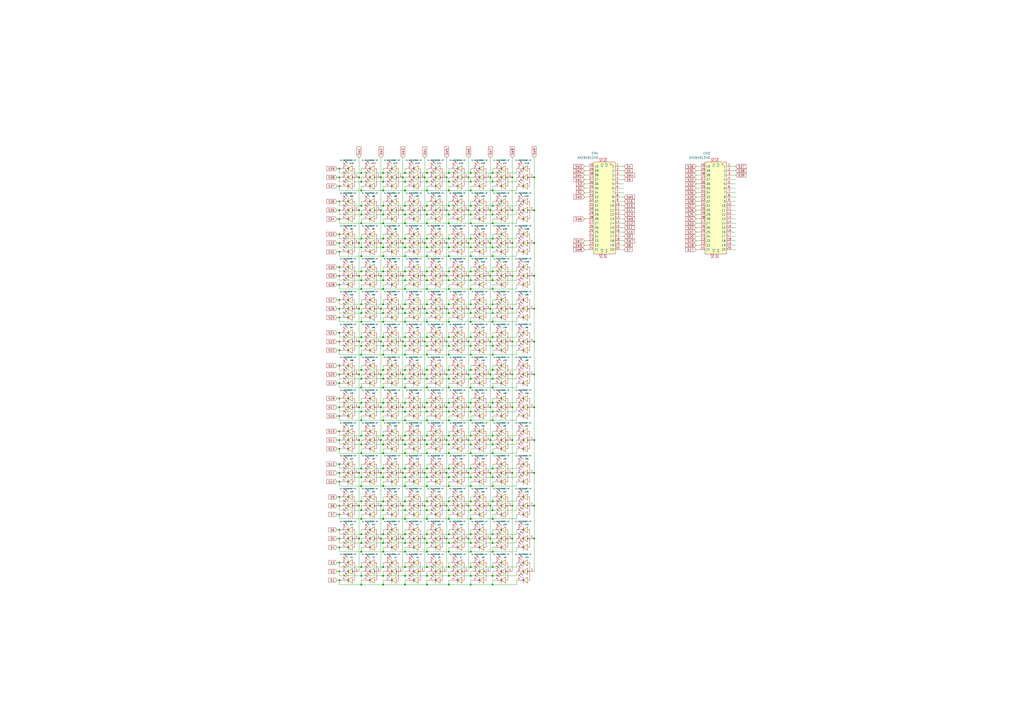
<source format=kicad_sch>
(kicad_sch (version 20250114) (generator "eeschema") (generator_version "9.0")
  (paper "A2")
  (junction (at 220.98 121.92))
  (junction (at 297.18 293.37))
  (junction (at 297.18 140.97))
  (junction (at 233.68 217.17))
  (junction (at 285.75 119.38))
  (junction (at 209.55 334.01))
  (junction (at 222.25 233.68))
  (junction (at 222.25 252.73))
  (junction (at 247.65 314.96))
  (junction (at 220.98 312.42))
  (junction (at 273.05 257.81))
  (junction (at 260.35 143.51))
  (junction (at 260.35 186.69))
  (junction (at 246.38 274.32))
  (junction (at 309.88 179.07))
  (junction (at 285.75 162.56))
  (junction (at 196.85 160.02))
  (junction (at 285.75 148.59))
  (junction (at 222.25 300.99))
  (junction (at 273.05 205.74))
  (junction (at 222.25 224.79))
  (junction (at 234.95 339.09))
  (junction (at 234.95 167.64))
  (junction (at 222.25 186.69))
  (junction (at 196.85 127))
  (junction (at 196.85 236.22))
  (junction (at 260.35 295.91))
  (junction (at 247.65 181.61))
  (junction (at 222.25 238.76))
  (junction (at 209.55 314.96))
  (junction (at 222.25 281.94))
  (junction (at 209.55 100.33))
  (junction (at 285.75 100.33))
  (junction (at 208.28 312.42))
  (junction (at 259.08 293.37))
  (junction (at 309.88 274.32))
  (junction (at 285.75 271.78))
  (junction (at 209.55 110.49))
  (junction (at 247.65 157.48))
  (junction (at 259.08 179.07))
  (junction (at 273.05 238.76))
  (junction (at 222.25 124.46))
  (junction (at 233.68 255.27))
  (junction (at 208.28 236.22))
  (junction (at 247.65 257.81))
  (junction (at 196.85 179.07))
  (junction (at 196.85 198.12))
  (junction (at 247.65 276.86))
  (junction (at 284.48 274.32))
  (junction (at 309.88 293.37))
  (junction (at 247.65 110.49))
  (junction (at 222.25 271.78))
  (junction (at 208.28 102.87))
  (junction (at 285.75 138.43))
  (junction (at 260.35 252.73))
  (junction (at 247.65 176.53))
  (junction (at 273.05 320.04))
  (junction (at 271.78 140.97))
  (junction (at 247.65 200.66))
  (junction (at 247.65 129.54))
  (junction (at 285.75 300.99))
  (junction (at 208.28 255.27))
  (junction (at 260.35 214.63))
  (junction (at 196.85 279.4))
  (junction (at 233.68 160.02))
  (junction (at 247.65 167.64))
  (junction (at 222.25 162.56))
  (junction (at 234.95 205.74))
  (junction (at 260.35 162.56))
  (junction (at 234.95 328.93))
  (junction (at 273.05 148.59))
  (junction (at 220.98 140.97))
  (junction (at 222.25 195.58))
  (junction (at 284.48 198.12))
  (junction (at 234.95 314.96))
  (junction (at 234.95 186.69))
  (junction (at 209.55 157.48))
  (junction (at 209.55 186.69))
  (junction (at 260.35 238.76))
  (junction (at 246.38 140.97))
  (junction (at 234.95 290.83))
  (junction (at 246.38 160.02))
  (junction (at 196.85 326.39))
  (junction (at 208.28 121.92))
  (junction (at 220.98 236.22))
  (junction (at 196.85 217.17))
  (junction (at 196.85 116.84))
  (junction (at 284.48 121.92))
  (junction (at 260.35 129.54))
  (junction (at 196.85 317.5))
  (junction (at 196.85 274.32))
  (junction (at 234.95 124.46))
  (junction (at 260.35 148.59))
  (junction (at 222.25 243.84))
  (junction (at 234.95 200.66))
  (junction (at 234.95 110.49))
  (junction (at 233.68 274.32))
  (junction (at 284.48 293.37))
  (junction (at 209.55 233.68))
  (junction (at 209.55 195.58))
  (junction (at 209.55 257.81))
  (junction (at 209.55 281.94))
  (junction (at 222.25 320.04))
  (junction (at 273.05 138.43))
  (junction (at 222.25 181.61))
  (junction (at 273.05 271.78))
  (junction (at 285.75 276.86))
  (junction (at 222.25 262.89))
  (junction (at 234.95 300.99))
  (junction (at 233.68 198.12))
  (junction (at 209.55 181.61))
  (junction (at 220.98 179.07))
  (junction (at 273.05 143.51))
  (junction (at 196.85 146.05))
  (junction (at 285.75 157.48))
  (junction (at 273.05 119.38))
  (junction (at 196.85 121.92))
  (junction (at 271.78 102.87))
  (junction (at 209.55 243.84))
  (junction (at 222.25 157.48))
  (junction (at 209.55 205.74))
  (junction (at 247.65 252.73))
  (junction (at 271.78 160.02))
  (junction (at 209.55 271.78))
  (junction (at 222.25 129.54))
  (junction (at 285.75 257.81))
  (junction (at 209.55 320.04))
  (junction (at 209.55 119.38))
  (junction (at 260.35 167.64))
  (junction (at 260.35 271.78))
  (junction (at 209.55 224.79))
  (junction (at 196.85 260.35))
  (junction (at 273.05 334.01))
  (junction (at 260.35 328.93))
  (junction (at 297.18 198.12))
  (junction (at 285.75 309.88))
  (junction (at 196.85 312.42))
  (junction (at 273.05 252.73))
  (junction (at 285.75 124.46))
  (junction (at 260.35 110.49))
  (junction (at 309.88 312.42))
  (junction (at 271.78 198.12))
  (junction (at 247.65 100.33))
  (junction (at 222.25 257.81))
  (junction (at 234.95 148.59))
  (junction (at 273.05 105.41))
  (junction (at 220.98 160.02))
  (junction (at 285.75 167.64))
  (junction (at 208.28 179.07))
  (junction (at 234.95 233.68))
  (junction (at 260.35 290.83))
  (junction (at 260.35 243.84))
  (junction (at 271.78 255.27))
  (junction (at 209.55 214.63))
  (junction (at 273.05 200.66))
  (junction (at 222.25 334.01))
  (junction (at 247.65 243.84))
  (junction (at 260.35 320.04))
  (junction (at 273.05 162.56))
  (junction (at 259.08 236.22))
  (junction (at 222.25 110.49))
  (junction (at 247.65 105.41))
  (junction (at 196.85 298.45))
  (junction (at 260.35 124.46))
  (junction (at 222.25 105.41))
  (junction (at 222.25 176.53))
  (junction (at 234.95 334.01))
  (junction (at 222.25 138.43))
  (junction (at 222.25 339.09))
  (junction (at 234.95 224.79))
  (junction (at 297.18 121.92))
  (junction (at 285.75 129.54))
  (junction (at 284.48 236.22))
  (junction (at 208.28 160.02))
  (junction (at 196.85 269.24))
  (junction (at 260.35 224.79))
  (junction (at 246.38 179.07))
  (junction (at 297.18 236.22))
  (junction (at 222.25 148.59))
  (junction (at 259.08 312.42))
  (junction (at 222.25 295.91))
  (junction (at 196.85 107.95))
  (junction (at 259.08 140.97))
  (junction (at 222.25 143.51))
  (junction (at 260.35 309.88))
  (junction (at 247.65 320.04))
  (junction (at 271.78 293.37))
  (junction (at 285.75 233.68))
  (junction (at 285.75 339.09))
  (junction (at 271.78 217.17))
  (junction (at 196.85 165.1))
  (junction (at 209.55 300.99))
  (junction (at 297.18 217.17))
  (junction (at 247.65 334.01))
  (junction (at 234.95 309.88))
  (junction (at 284.48 102.87))
  (junction (at 247.65 124.46))
  (junction (at 285.75 281.94))
  (junction (at 246.38 102.87))
  (junction (at 273.05 214.63))
  (junction (at 196.85 241.3))
  (junction (at 233.68 121.92))
  (junction (at 222.25 200.66))
  (junction (at 285.75 143.51))
  (junction (at 284.48 217.17))
  (junction (at 220.98 217.17))
  (junction (at 309.88 255.27))
  (junction (at 285.75 110.49))
  (junction (at 233.68 140.97))
  (junction (at 259.08 274.32))
  (junction (at 209.55 339.09))
  (junction (at 208.28 293.37))
  (junction (at 246.38 217.17))
  (junction (at 196.85 173.99))
  (junction (at 222.25 328.93))
  (junction (at 222.25 314.96))
  (junction (at 246.38 236.22))
  (junction (at 247.65 162.56))
  (junction (at 234.95 257.81))
  (junction (at 196.85 250.19))
  (junction (at 234.95 243.84))
  (junction (at 196.85 293.37))
  (junction (at 209.55 309.88))
  (junction (at 273.05 233.68))
  (junction (at 234.95 214.63))
  (junction (at 208.28 217.17))
  (junction (at 271.78 179.07))
  (junction (at 209.55 252.73))
  (junction (at 260.35 262.89))
  (junction (at 284.48 160.02))
  (junction (at 196.85 212.09))
  (junction (at 209.55 328.93))
  (junction (at 273.05 195.58))
  (junction (at 233.68 312.42))
  (junction (at 233.68 236.22))
  (junction (at 234.95 295.91))
  (junction (at 247.65 233.68))
  (junction (at 209.55 219.71))
  (junction (at 309.88 217.17))
  (junction (at 273.05 110.49))
  (junction (at 260.35 219.71))
  (junction (at 273.05 328.93))
  (junction (at 260.35 276.86))
  (junction (at 196.85 307.34))
  (junction (at 209.55 200.66))
  (junction (at 234.95 129.54))
  (junction (at 260.35 334.01))
  (junction (at 247.65 119.38))
  (junction (at 309.88 198.12))
  (junction (at 196.85 336.55))
  (junction (at 208.28 198.12))
  (junction (at 309.88 102.87))
  (junction (at 234.95 276.86))
  (junction (at 222.25 290.83))
  (junction (at 284.48 255.27))
  (junction (at 285.75 219.71))
  (junction (at 222.25 309.88))
  (junction (at 222.25 119.38))
  (junction (at 273.05 314.96))
  (junction (at 222.25 219.71))
  (junction (at 196.85 255.27))
  (junction (at 309.88 121.92))
  (junction (at 271.78 312.42))
  (junction (at 196.85 288.29))
  (junction (at 209.55 295.91))
  (junction (at 260.35 339.09))
  (junction (at 260.35 195.58))
  (junction (at 247.65 143.51))
  (junction (at 273.05 129.54))
  (junction (at 234.95 119.38))
  (junction (at 297.18 255.27))
  (junction (at 271.78 236.22))
  (junction (at 273.05 295.91))
  (junction (at 222.25 214.63))
  (junction (at 260.35 314.96))
  (junction (at 208.28 274.32))
  (junction (at 260.35 181.61))
  (junction (at 297.18 274.32))
  (junction (at 259.08 255.27))
  (junction (at 234.95 271.78))
  (junction (at 285.75 224.79))
  (junction (at 284.48 179.07))
  (junction (at 260.35 100.33))
  (junction (at 285.75 314.96))
  (junction (at 285.75 334.01))
  (junction (at 247.65 205.74))
  (junction (at 273.05 124.46))
  (junction (at 297.18 160.02))
  (junction (at 234.95 157.48))
  (junction (at 234.95 105.41))
  (junction (at 259.08 121.92))
  (junction (at 209.55 138.43))
  (junction (at 234.95 162.56))
  (junction (at 297.18 179.07))
  (junction (at 285.75 243.84))
  (junction (at 284.48 312.42))
  (junction (at 234.95 219.71))
  (junction (at 196.85 140.97))
  (junction (at 220.98 274.32))
  (junction (at 285.75 186.69))
  (junction (at 273.05 243.84))
  (junction (at 285.75 176.53))
  (junction (at 222.25 205.74))
  (junction (at 285.75 200.66))
  (junction (at 247.65 148.59))
  (junction (at 297.18 102.87))
  (junction (at 273.05 290.83))
  (junction (at 260.35 257.81))
  (junction (at 247.65 238.76))
  (junction (at 260.35 119.38))
  (junction (at 260.35 233.68))
  (junction (at 209.55 167.64))
  (junction (at 259.08 217.17))
  (junction (at 234.95 281.94))
  (junction (at 285.75 252.73))
  (junction (at 260.35 300.99))
  (junction (at 260.35 200.66))
  (junction (at 259.08 198.12))
  (junction (at 246.38 255.27))
  (junction (at 273.05 167.64))
  (junction (at 247.65 309.88))
  (junction (at 260.35 205.74))
  (junction (at 285.75 262.89))
  (junction (at 247.65 271.78))
  (junction (at 209.55 129.54))
  (junction (at 273.05 224.79))
  (junction (at 220.98 293.37))
  (junction (at 246.38 293.37))
  (junction (at 247.65 290.83))
  (junction (at 196.85 184.15))
  (junction (at 273.05 219.71))
  (junction (at 196.85 97.79))
  (junction (at 247.65 138.43))
  (junction (at 196.85 231.14))
  (junction (at 247.65 214.63))
  (junction (at 196.85 193.04))
  (junction (at 209.55 176.53))
  (junction (at 196.85 135.89))
  (junction (at 234.95 100.33))
  (junction (at 247.65 219.71))
  (junction (at 285.75 214.63))
  (junction (at 246.38 312.42))
  (junction (at 196.85 222.25))
  (junction (at 222.25 276.86))
  (junction (at 285.75 181.61))
  (junction (at 273.05 262.89))
  (junction (at 273.05 300.99))
  (junction (at 273.05 186.69))
  (junction (at 259.08 102.87))
  (junction (at 222.25 167.64))
  (junction (at 285.75 195.58))
  (junction (at 273.05 276.86))
  (junction (at 234.95 238.76))
  (junction (at 247.65 295.91))
  (junction (at 273.05 157.48))
  (junction (at 273.05 309.88))
  (junction (at 260.35 281.94))
  (junction (at 260.35 105.41))
  (junction (at 273.05 281.94))
  (junction (at 284.48 140.97))
  (junction (at 234.95 252.73))
  (junction (at 246.38 121.92))
  (junction (at 233.68 102.87))
  (junction (at 246.38 198.12))
  (junction (at 209.55 124.46))
  (junction (at 273.05 181.61))
  (junction (at 209.55 162.56))
  (junction (at 247.65 186.69))
  (junction (at 285.75 290.83))
  (junction (at 260.35 176.53))
  (junction (at 209.55 262.89))
  (junction (at 285.75 320.04))
  (junction (at 309.88 140.97))
  (junction (at 297.18 312.42))
  (junction (at 209.55 238.76))
  (junction (at 196.85 203.2))
  (junction (at 220.98 255.27))
  (junction (at 247.65 300.99))
  (junction (at 285.75 328.93))
  (junction (at 234.95 181.61))
  (junction (at 196.85 331.47))
  (junction (at 234.95 320.04))
  (junction (at 209.55 143.51))
  (junction (at 209.55 105.41))
  (junction (at 273.05 339.09))
  (junction (at 273.05 176.53))
  (junction (at 196.85 154.94))
  (junction (at 247.65 195.58))
  (junction (at 220.98 102.87))
  (junction (at 234.95 262.89))
  (junction (at 260.35 157.48))
  (junction (at 259.08 160.02))
  (junction (at 271.78 274.32))
  (junction (at 233.68 179.07))
  (junction (at 285.75 295.91))
  (junction (at 209.55 148.59))
  (junction (at 285.75 205.74))
  (junction (at 247.65 328.93))
  (junction (at 234.95 138.43))
  (junction (at 234.95 176.53))
  (junction (at 234.95 143.51))
  (junction (at 247.65 224.79))
  (junction (at 271.78 121.92))
  (junction (at 234.95 195.58))
  (junction (at 220.98 198.12))
  (junction (at 196.85 102.87))
  (junction (at 247.65 281.94))
  (junction (at 233.68 293.37))
  (junction (at 209.55 290.83))
  (junction (at 247.65 339.09))
  (junction (at 309.88 160.02))
  (junction (at 285.75 238.76))
  (junction (at 285.75 105.41))
  (junction (at 222.25 100.33))
  (junction (at 273.05 100.33))
  (junction (at 209.55 276.86))
  (junction (at 260.35 138.43))
  (junction (at 208.28 140.97))
  (junction (at 309.88 236.22))
  (junction (at 247.65 262.89))
  (wire (pts (xy 273.05 331.47) (xy 273.05 334.01)))
  (wire (pts (xy 273.05 195.58) (xy 285.75 195.58)))
  (wire (pts (xy 222.25 140.97) (xy 222.25 143.51)))
  (wire (pts (xy 209.55 186.69) (xy 222.25 186.69)))
  (wire (pts (xy 209.55 121.92) (xy 209.55 124.46)))
  (wire (pts (xy 222.25 233.68) (xy 234.95 233.68)))
  (wire (pts (xy 274.32 317.5) (xy 273.05 317.5)))
  (wire (pts (xy 222.25 214.63) (xy 234.95 214.63)))
  (wire (pts (xy 222.25 309.88) (xy 234.95 309.88)))
  (wire (pts (xy 287.02 212.09) (xy 285.75 212.09)))
  (wire (pts (xy 234.95 203.2) (xy 234.95 205.74)))
  (wire (pts (xy 287.02 107.95) (xy 285.75 107.95)))
  (wire (pts (xy 223.52 198.12) (xy 222.25 198.12)))
  (wire (pts (xy 260.35 252.73) (xy 273.05 252.73)))
  (wire (pts (xy 285.75 121.92) (xy 285.75 124.46)))
  (wire (pts (xy 209.55 146.05) (xy 209.55 148.59)))
  (wire (pts (xy 261.62 260.35) (xy 260.35 260.35)))
  (wire (pts (xy 223.52 312.42) (xy 222.25 312.42)))
  (wire (pts (xy 234.95 179.07) (xy 234.95 181.61)))
  (wire (pts (xy 260.35 307.34) (xy 260.35 309.88)))
  (wire (pts (xy 208.28 255.27) (xy 208.28 274.32)))
  (wire (pts (xy 287.02 307.34) (xy 285.75 307.34)))
  (wire (pts (xy 233.68 91.44) (xy 233.68 102.87)))
  (wire (pts (xy 261.62 317.5) (xy 260.35 317.5)))
  (wire (pts (xy 247.65 339.09) (xy 260.35 339.09)))
  (wire (pts (xy 208.28 274.32) (xy 208.28 293.37)))
  (wire (pts (xy 234.95 127) (xy 234.95 129.54)))
  (wire (pts (xy 223.52 336.55) (xy 222.25 336.55)))
  (wire (pts (xy 234.95 290.83) (xy 247.65 290.83)))
  (wire (pts (xy 299.72 290.83) (xy 299.72 288.29)))
  (wire (pts (xy 260.35 214.63) (xy 273.05 214.63)))
  (wire (pts (xy 196.85 307.34) (xy 196.85 309.88)))
  (wire (pts (xy 196.85 314.96) (xy 209.55 314.96)))
  (wire (pts (xy 426.72 99.06) (xy 424.18 99.06)))
  (wire (pts (xy 260.35 129.54) (xy 273.05 129.54)))
  (wire (pts (xy 406.4 114.3) (xy 403.86 114.3)))
  (wire (pts (xy 209.55 97.79) (xy 209.55 100.33)))
  (wire (pts (xy 195.58 250.19) (xy 196.85 250.19)))
  (wire (pts (xy 234.95 162.56) (xy 247.65 162.56)))
  (wire (pts (xy 196.85 288.29) (xy 198.12 288.29)))
  (wire (pts (xy 273.05 262.89) (xy 285.75 262.89)))
  (wire (pts (xy 196.85 326.39) (xy 196.85 328.93)))
  (wire (pts (xy 220.98 198.12) (xy 220.98 217.17)))
  (wire (pts (xy 247.65 186.69) (xy 260.35 186.69)))
  (wire (pts (xy 247.65 290.83) (xy 260.35 290.83)))
  (wire (pts (xy 246.38 312.42) (xy 246.38 331.47)))
  (wire (pts (xy 246.38 236.22) (xy 246.38 255.27)))
  (wire (pts (xy 223.52 331.47) (xy 222.25 331.47)))
  (wire (pts (xy 273.05 328.93) (xy 285.75 328.93)))
  (wire (pts (xy 234.95 167.64) (xy 247.65 167.64)))
  (wire (pts (xy 284.48 102.87) (xy 284.48 121.92)))
  (wire (pts (xy 222.25 107.95) (xy 222.25 110.49)))
  (wire (pts (xy 274.32 160.02) (xy 273.05 160.02)))
  (wire (pts (xy 234.95 317.5) (xy 234.95 320.04)))
  (wire (pts (xy 246.38 179.07) (xy 246.38 198.12)))
  (wire (pts (xy 236.22 279.4) (xy 234.95 279.4)))
  (wire (pts (xy 406.4 144.78) (xy 403.86 144.78)))
  (wire (pts (xy 271.78 179.07) (xy 271.78 198.12)))
  (wire (pts (xy 236.22 217.17) (xy 234.95 217.17)))
  (wire (pts (xy 274.32 193.04) (xy 273.05 193.04)))
  (wire (pts (xy 273.05 298.45) (xy 273.05 300.99)))
  (wire (pts (xy 234.95 257.81) (xy 247.65 257.81)))
  (wire (pts (xy 210.82 173.99) (xy 209.55 173.99)))
  (wire (pts (xy 284.48 236.22) (xy 284.48 255.27)))
  (wire (pts (xy 285.75 116.84) (xy 285.75 119.38)))
  (wire (pts (xy 210.82 217.17) (xy 209.55 217.17)))
  (wire (pts (xy 236.22 121.92) (xy 234.95 121.92)))
  (wire (pts (xy 196.85 271.78) (xy 209.55 271.78)))
  (wire (pts (xy 247.65 243.84) (xy 260.35 243.84)))
  (wire (pts (xy 195.58 198.12) (xy 196.85 198.12)))
  (wire (pts (xy 273.05 119.38) (xy 285.75 119.38)))
  (wire (pts (xy 236.22 326.39) (xy 234.95 326.39)))
  (wire (pts (xy 248.92 127) (xy 247.65 127)))
  (wire (pts (xy 236.22 222.25) (xy 234.95 222.25)))
  (wire (pts (xy 309.88 293.37) (xy 309.88 312.42)))
  (wire (pts (xy 209.55 274.32) (xy 209.55 276.86)))
  (wire (pts (xy 260.35 198.12) (xy 260.35 200.66)))
  (wire (pts (xy 234.95 295.91) (xy 247.65 295.91)))
  (wire (pts (xy 196.85 222.25) (xy 198.12 222.25)))
  (wire (pts (xy 223.52 217.17) (xy 222.25 217.17)))
  (wire (pts (xy 297.18 179.07) (xy 297.18 198.12)))
  (wire (pts (xy 285.75 339.09) (xy 299.72 339.09)))
  (wire (pts (xy 223.52 222.25) (xy 222.25 222.25)))
  (wire (pts (xy 274.32 102.87) (xy 273.05 102.87)))
  (wire (pts (xy 196.85 260.35) (xy 198.12 260.35)))
  (wire (pts (xy 196.85 279.4) (xy 198.12 279.4)))
  (wire (pts (xy 248.92 198.12) (xy 247.65 198.12)))
  (wire (pts (xy 222.25 198.12) (xy 222.25 200.66)))
  (wire (pts (xy 210.82 269.24) (xy 209.55 269.24)))
  (wire (pts (xy 261.62 198.12) (xy 260.35 198.12)))
  (wire (pts (xy 234.95 222.25) (xy 234.95 224.79)))
  (wire (pts (xy 210.82 241.3) (xy 209.55 241.3)))
  (wire (pts (xy 222.25 314.96) (xy 234.95 314.96)))
  (wire (pts (xy 208.28 198.12) (xy 208.28 217.17)))
  (wire (pts (xy 273.05 157.48) (xy 285.75 157.48)))
  (wire (pts (xy 196.85 300.99) (xy 209.55 300.99)))
  (wire (pts (xy 285.75 241.3) (xy 285.75 243.84)))
  (wire (pts (xy 209.55 312.42) (xy 209.55 314.96)))
  (wire (pts (xy 233.68 140.97) (xy 233.68 160.02)))
  (wire (pts (xy 223.52 102.87) (xy 222.25 102.87)))
  (wire (pts (xy 236.22 193.04) (xy 234.95 193.04)))
  (wire (pts (xy 260.35 119.38) (xy 273.05 119.38)))
  (wire (pts (xy 273.05 233.68) (xy 285.75 233.68)))
  (wire (pts (xy 299.72 328.93) (xy 299.72 326.39)))
  (wire (pts (xy 260.35 116.84) (xy 260.35 119.38)))
  (wire (pts (xy 209.55 269.24) (xy 209.55 271.78)))
  (wire (pts (xy 285.75 281.94) (xy 299.72 281.94)))
  (wire (pts (xy 247.65 314.96) (xy 260.35 314.96)))
  (wire (pts (xy 284.48 293.37) (xy 284.48 312.42)))
  (wire (pts (xy 236.22 184.15) (xy 234.95 184.15)))
  (wire (pts (xy 222.25 173.99) (xy 222.25 176.53)))
  (wire (pts (xy 236.22 269.24) (xy 234.95 269.24)))
  (wire (pts (xy 274.32 127) (xy 273.05 127)))
  (wire (pts (xy 222.25 148.59) (xy 234.95 148.59)))
  (wire (pts (xy 236.22 173.99) (xy 234.95 173.99)))
  (wire (pts (xy 223.52 260.35) (xy 222.25 260.35)))
  (wire (pts (xy 274.32 116.84) (xy 273.05 116.84)))
  (wire (pts (xy 273.05 160.02) (xy 273.05 162.56)))
  (wire (pts (xy 247.65 288.29) (xy 247.65 290.83)))
  (wire (pts (xy 361.95 144.78) (xy 359.41 144.78)))
  (wire (pts (xy 260.35 262.89) (xy 273.05 262.89)))
  (wire (pts (xy 247.65 307.34) (xy 247.65 309.88)))
  (wire (pts (xy 196.85 222.25) (xy 196.85 224.79)))
  (wire (pts (xy 341.63 101.6) (xy 339.09 101.6)))
  (wire (pts (xy 209.55 250.19) (xy 209.55 252.73)))
  (wire (pts (xy 210.82 222.25) (xy 209.55 222.25)))
  (wire (pts (xy 260.35 309.88) (xy 273.05 309.88)))
  (wire (pts (xy 196.85 331.47) (xy 198.12 331.47)))
  (wire (pts (xy 260.35 331.47) (xy 260.35 334.01)))
  (wire (pts (xy 273.05 224.79) (xy 285.75 224.79)))
  (wire (pts (xy 247.65 154.94) (xy 247.65 157.48)))
  (wire (pts (xy 247.65 102.87) (xy 247.65 105.41)))
  (wire (pts (xy 209.55 279.4) (xy 209.55 281.94)))
  (wire (pts (xy 260.35 300.99) (xy 273.05 300.99)))
  (wire (pts (xy 297.18 140.97) (xy 297.18 160.02)))
  (wire (pts (xy 285.75 193.04) (xy 285.75 195.58)))
  (wire (pts (xy 234.95 262.89) (xy 247.65 262.89)))
  (wire (pts (xy 210.82 331.47) (xy 209.55 331.47)))
  (wire (pts (xy 260.35 162.56) (xy 273.05 162.56)))
  (wire (pts (xy 247.65 274.32) (xy 247.65 276.86)))
  (wire (pts (xy 285.75 250.19) (xy 285.75 252.73)))
  (wire (pts (xy 195.58 127) (xy 196.85 127)))
  (wire (pts (xy 248.92 317.5) (xy 247.65 317.5)))
  (wire (pts (xy 196.85 186.69) (xy 209.55 186.69)))
  (wire (pts (xy 284.48 198.12) (xy 284.48 217.17)))
  (wire (pts (xy 196.85 205.74) (xy 209.55 205.74)))
  (wire (pts (xy 233.68 236.22) (xy 233.68 255.27)))
  (wire (pts (xy 247.65 165.1) (xy 247.65 167.64)))
  (wire (pts (xy 287.02 298.45) (xy 285.75 298.45)))
  (wire (pts (xy 406.4 142.24) (xy 403.86 142.24)))
  (wire (pts (xy 261.62 160.02) (xy 260.35 160.02)))
  (wire (pts (xy 285.75 222.25) (xy 285.75 224.79)))
  (wire (pts (xy 287.02 222.25) (xy 285.75 222.25)))
  (wire (pts (xy 273.05 214.63) (xy 285.75 214.63)))
  (wire (pts (xy 236.22 312.42) (xy 234.95 312.42)))
  (wire (pts (xy 236.22 165.1) (xy 234.95 165.1)))
  (wire (pts (xy 210.82 160.02) (xy 209.55 160.02)))
  (wire (pts (xy 195.58 236.22) (xy 196.85 236.22)))
  (wire (pts (xy 210.82 288.29) (xy 209.55 288.29)))
  (wire (pts (xy 285.75 231.14) (xy 285.75 233.68)))
  (wire (pts (xy 260.35 176.53) (xy 273.05 176.53)))
  (wire (pts (xy 273.05 314.96) (xy 285.75 314.96)))
  (wire (pts (xy 210.82 107.95) (xy 209.55 107.95)))
  (wire (pts (xy 196.85 281.94) (xy 209.55 281.94)))
  (wire (pts (xy 209.55 288.29) (xy 209.55 290.83)))
  (wire (pts (xy 196.85 102.87) (xy 198.12 102.87)))
  (wire (pts (xy 426.72 106.68) (xy 424.18 106.68)))
  (wire (pts (xy 234.95 143.51) (xy 247.65 143.51)))
  (wire (pts (xy 284.48 274.32) (xy 284.48 293.37)))
  (wire (pts (xy 208.28 312.42) (xy 208.28 331.47)))
  (wire (pts (xy 209.55 231.14) (xy 209.55 233.68)))
  (wire (pts (xy 309.88 160.02) (xy 309.88 179.07)))
  (wire (pts (xy 285.75 274.32) (xy 285.75 276.86)))
  (wire (pts (xy 234.95 238.76) (xy 247.65 238.76)))
  (wire (pts (xy 285.75 143.51) (xy 299.72 143.51)))
  (wire (pts (xy 220.98 121.92) (xy 220.98 140.97)))
  (wire (pts (xy 222.25 110.49) (xy 234.95 110.49)))
  (wire (pts (xy 209.55 331.47) (xy 209.55 334.01)))
  (wire (pts (xy 209.55 119.38) (xy 222.25 119.38)))
  (wire (pts (xy 196.85 219.71) (xy 209.55 219.71)))
  (wire (pts (xy 273.05 138.43) (xy 285.75 138.43)))
  (wire (pts (xy 285.75 160.02) (xy 285.75 162.56)))
  (wire (pts (xy 285.75 252.73) (xy 299.72 252.73)))
  (wire (pts (xy 209.55 222.25) (xy 209.55 224.79)))
  (wire (pts (xy 222.25 212.09) (xy 222.25 214.63)))
  (wire (pts (xy 234.95 328.93) (xy 247.65 328.93)))
  (wire (pts (xy 247.65 195.58) (xy 260.35 195.58)))
  (wire (pts (xy 297.18 91.44) (xy 297.18 102.87)))
  (wire (pts (xy 299.72 309.88) (xy 299.72 307.34)))
  (wire (pts (xy 260.35 295.91) (xy 273.05 295.91)))
  (wire (pts (xy 247.65 231.14) (xy 247.65 233.68)))
  (wire (pts (xy 274.32 146.05) (xy 273.05 146.05)))
  (wire (pts (xy 273.05 154.94) (xy 273.05 157.48)))
  (wire (pts (xy 261.62 107.95) (xy 260.35 107.95)))
  (wire (pts (xy 247.65 238.76) (xy 260.35 238.76)))
  (wire (pts (xy 195.58 274.32) (xy 196.85 274.32)))
  (wire (pts (xy 247.65 176.53) (xy 260.35 176.53)))
  (wire (pts (xy 222.25 300.99) (xy 234.95 300.99)))
  (wire (pts (xy 248.92 260.35) (xy 247.65 260.35)))
  (wire (pts (xy 196.85 274.32) (xy 196.85 276.86)))
  (wire (pts (xy 196.85 148.59) (xy 209.55 148.59)))
  (wire (pts (xy 284.48 91.44) (xy 284.48 102.87)))
  (wire (pts (xy 341.63 144.78) (xy 339.09 144.78)))
  (wire (pts (xy 260.35 231.14) (xy 260.35 233.68)))
  (wire (pts (xy 210.82 307.34) (xy 209.55 307.34)))
  (wire (pts (xy 261.62 231.14) (xy 260.35 231.14)))
  (wire (pts (xy 223.52 274.32) (xy 222.25 274.32)))
  (wire (pts (xy 247.65 97.79) (xy 247.65 100.33)))
  (wire (pts (xy 210.82 140.97) (xy 209.55 140.97)))
  (wire (pts (xy 208.28 121.92) (xy 208.28 140.97)))
  (wire (pts (xy 299.72 314.96) (xy 299.72 312.42)))
  (wire (pts (xy 273.05 167.64) (xy 285.75 167.64)))
  (wire (pts (xy 247.65 135.89) (xy 247.65 138.43)))
  (wire (pts (xy 285.75 300.99) (xy 299.72 300.99)))
  (wire (pts (xy 273.05 148.59) (xy 285.75 148.59)))
  (wire (pts (xy 233.68 274.32) (xy 233.68 293.37)))
  (wire (pts (xy 271.78 198.12) (xy 271.78 217.17)))
  (wire (pts (xy 196.85 116.84) (xy 196.85 119.38)))
  (wire (pts (xy 260.35 184.15) (xy 260.35 186.69)))
  (wire (pts (xy 223.52 121.92) (xy 222.25 121.92)))
  (wire (pts (xy 248.92 203.2) (xy 247.65 203.2)))
  (wire (pts (xy 209.55 233.68) (xy 222.25 233.68)))
  (wire (pts (xy 273.05 212.09) (xy 273.05 214.63)))
  (wire (pts (xy 247.65 222.25) (xy 247.65 224.79)))
  (wire (pts (xy 209.55 129.54) (xy 222.25 129.54)))
  (wire (pts (xy 210.82 203.2) (xy 209.55 203.2)))
  (wire (pts (xy 234.95 219.71) (xy 247.65 219.71)))
  (wire (pts (xy 285.75 236.22) (xy 285.75 238.76)))
  (wire (pts (xy 222.25 257.81) (xy 234.95 257.81)))
  (wire (pts (xy 234.95 186.69) (xy 247.65 186.69)))
  (wire (pts (xy 260.35 236.22) (xy 260.35 238.76)))
  (wire (pts (xy 196.85 241.3) (xy 198.12 241.3)))
  (wire (pts (xy 341.63 139.7) (xy 339.09 139.7)))
  (wire (pts (xy 261.62 293.37) (xy 260.35 293.37)))
  (wire (pts (xy 223.52 107.95) (xy 222.25 107.95)))
  (wire (pts (xy 285.75 157.48) (xy 299.72 157.48)))
  (wire (pts (xy 209.55 262.89) (xy 222.25 262.89)))
  (wire (pts (xy 210.82 336.55) (xy 209.55 336.55)))
  (wire (pts (xy 209.55 198.12) (xy 209.55 200.66)))
  (wire (pts (xy 299.72 157.48) (xy 299.72 154.94)))
  (wire (pts (xy 223.52 140.97) (xy 222.25 140.97)))
  (wire (pts (xy 273.05 162.56) (xy 285.75 162.56)))
  (wire (pts (xy 285.75 212.09) (xy 285.75 214.63)))
  (wire (pts (xy 209.55 290.83) (xy 222.25 290.83)))
  (wire (pts (xy 234.95 288.29) (xy 234.95 290.83)))
  (wire (pts (xy 274.32 326.39) (xy 273.05 326.39)))
  (wire (pts (xy 299.72 238.76) (xy 299.72 236.22)))
  (wire (pts (xy 234.95 146.05) (xy 234.95 148.59)))
  (wire (pts (xy 261.62 236.22) (xy 260.35 236.22)))
  (wire (pts (xy 285.75 167.64) (xy 299.72 167.64)))
  (wire (pts (xy 196.85 100.33) (xy 209.55 100.33)))
  (wire (pts (xy 297.18 274.32) (xy 297.18 293.37)))
  (wire (pts (xy 260.35 121.92) (xy 260.35 124.46)))
  (wire (pts (xy 209.55 214.63) (xy 222.25 214.63)))
  (wire (pts (xy 406.4 111.76) (xy 403.86 111.76)))
  (wire (pts (xy 248.92 97.79) (xy 247.65 97.79)))
  (wire (pts (xy 209.55 148.59) (xy 222.25 148.59)))
  (wire (pts (xy 273.05 176.53) (xy 285.75 176.53)))
  (wire (pts (xy 196.85 236.22) (xy 198.12 236.22)))
  (wire (pts (xy 209.55 257.81) (xy 222.25 257.81)))
  (wire (pts (xy 299.72 162.56) (xy 299.72 160.02)))
  (wire (pts (xy 406.4 99.06) (xy 403.86 99.06)))
  (wire (pts (xy 361.95 137.16) (xy 359.41 137.16)))
  (wire (pts (xy 260.35 241.3) (xy 260.35 243.84)))
  (wire (pts (xy 299.72 214.63) (xy 299.72 212.09)))
  (wire (pts (xy 222.25 312.42) (xy 222.25 314.96)))
  (wire (pts (xy 247.65 312.42) (xy 247.65 314.96)))
  (wire (pts (xy 274.32 336.55) (xy 273.05 336.55)))
  (wire (pts (xy 222.25 102.87) (xy 222.25 105.41)))
  (wire (pts (xy 299.72 124.46) (xy 299.72 121.92)))
  (wire (pts (xy 223.52 160.02) (xy 222.25 160.02)))
  (wire (pts (xy 236.22 140.97) (xy 234.95 140.97)))
  (wire (pts (xy 274.32 203.2) (xy 273.05 203.2)))
  (wire (pts (xy 234.95 154.94) (xy 234.95 157.48)))
  (wire (pts (xy 341.63 114.3) (xy 339.09 114.3)))
  (wire (pts (xy 247.65 217.17) (xy 247.65 219.71)))
  (wire (pts (xy 247.65 255.27) (xy 247.65 257.81)))
  (wire (pts (xy 285.75 279.4) (xy 285.75 281.94)))
  (wire (pts (xy 195.58 255.27) (xy 196.85 255.27)))
  (wire (pts (xy 196.85 262.89) (xy 209.55 262.89)))
  (wire (pts (xy 222.25 146.05) (xy 222.25 148.59)))
  (wire (pts (xy 220.98 293.37) (xy 220.98 312.42)))
  (wire (pts (xy 236.22 336.55) (xy 234.95 336.55)))
  (wire (pts (xy 196.85 231.14) (xy 196.85 233.68)))
  (wire (pts (xy 233.68 102.87) (xy 233.68 121.92)))
  (wire (pts (xy 195.58 116.84) (xy 196.85 116.84)))
  (wire (pts (xy 284.48 312.42) (xy 284.48 331.47)))
  (wire (pts (xy 273.05 179.07) (xy 273.05 181.61)))
  (wire (pts (xy 285.75 148.59) (xy 299.72 148.59)))
  (wire (pts (xy 223.52 298.45) (xy 222.25 298.45)))
  (wire (pts (xy 260.35 312.42) (xy 260.35 314.96)))
  (wire (pts (xy 273.05 184.15) (xy 273.05 186.69)))
  (wire (pts (xy 260.35 102.87) (xy 260.35 105.41)))
  (wire (pts (xy 285.75 110.49) (xy 299.72 110.49)))
  (wire (pts (xy 273.05 217.17) (xy 273.05 219.71)))
  (wire (pts (xy 271.78 236.22) (xy 271.78 255.27)))
  (wire (pts (xy 234.95 110.49) (xy 247.65 110.49)))
  (wire (pts (xy 273.05 186.69) (xy 285.75 186.69)))
  (wire (pts (xy 247.65 233.68) (xy 260.35 233.68)))
  (wire (pts (xy 285.75 320.04) (xy 299.72 320.04)))
  (wire (pts (xy 285.75 334.01) (xy 299.72 334.01)))
  (wire (pts (xy 274.32 241.3) (xy 273.05 241.3)))
  (wire (pts (xy 196.85 138.43) (xy 209.55 138.43)))
  (wire (pts (xy 297.18 160.02) (xy 297.18 179.07)))
  (wire (pts (xy 361.95 132.08) (xy 359.41 132.08)))
  (wire (pts (xy 260.35 179.07) (xy 260.35 181.61)))
  (wire (pts (xy 195.58 160.02) (xy 196.85 160.02)))
  (wire (pts (xy 247.65 334.01) (xy 260.35 334.01)))
  (wire (pts (xy 285.75 255.27) (xy 285.75 257.81)))
  (wire (pts (xy 361.95 101.6) (xy 359.41 101.6)))
  (wire (pts (xy 209.55 179.07) (xy 209.55 181.61)))
  (wire (pts (xy 248.92 173.99) (xy 247.65 173.99)))
  (wire (pts (xy 196.85 328.93) (xy 209.55 328.93)))
  (wire (pts (xy 236.22 212.09) (xy 234.95 212.09)))
  (wire (pts (xy 260.35 288.29) (xy 260.35 290.83)))
  (wire (pts (xy 287.02 326.39) (xy 285.75 326.39)))
  (wire (pts (xy 196.85 154.94) (xy 196.85 157.48)))
  (wire (pts (xy 195.58 179.07) (xy 196.85 179.07)))
  (wire (pts (xy 260.35 276.86) (xy 273.05 276.86)))
  (wire (pts (xy 274.32 298.45) (xy 273.05 298.45)))
  (wire (pts (xy 406.4 116.84) (xy 403.86 116.84)))
  (wire (pts (xy 261.62 212.09) (xy 260.35 212.09)))
  (wire (pts (xy 260.35 154.94) (xy 260.35 157.48)))
  (wire (pts (xy 222.25 317.5) (xy 222.25 320.04)))
  (wire (pts (xy 274.32 107.95) (xy 273.05 107.95)))
  (wire (pts (xy 341.63 104.14) (xy 339.09 104.14)))
  (wire (pts (xy 261.62 184.15) (xy 260.35 184.15)))
  (wire (pts (xy 236.22 135.89) (xy 234.95 135.89)))
  (wire (pts (xy 273.05 241.3) (xy 273.05 243.84)))
  (wire (pts (xy 209.55 281.94) (xy 222.25 281.94)))
  (wire (pts (xy 210.82 198.12) (xy 209.55 198.12)))
  (wire (pts (xy 196.85 260.35) (xy 196.85 262.89)))
  (wire (pts (xy 248.92 279.4) (xy 247.65 279.4)))
  (wire (pts (xy 273.05 110.49) (xy 285.75 110.49)))
  (wire (pts (xy 222.25 320.04) (xy 234.95 320.04)))
  (wire (pts (xy 196.85 146.05) (xy 196.85 148.59)))
  (wire (pts (xy 274.32 212.09) (xy 273.05 212.09)))
  (wire (pts (xy 426.72 109.22) (xy 424.18 109.22)))
  (wire (pts (xy 209.55 271.78) (xy 222.25 271.78)))
  (wire (pts (xy 247.65 157.48) (xy 260.35 157.48)))
  (wire (pts (xy 209.55 252.73) (xy 222.25 252.73)))
  (wire (pts (xy 260.35 279.4) (xy 260.35 281.94)))
  (wire (pts (xy 195.58 121.92) (xy 196.85 121.92)))
  (wire (pts (xy 309.88 236.22) (xy 309.88 255.27)))
  (wire (pts (xy 309.88 217.17) (xy 309.88 236.22)))
  (wire (pts (xy 273.05 165.1) (xy 273.05 167.64)))
  (wire (pts (xy 234.95 233.68) (xy 247.65 233.68)))
  (wire (pts (xy 210.82 236.22) (xy 209.55 236.22)))
  (wire (pts (xy 273.05 274.32) (xy 273.05 276.86)))
  (wire (pts (xy 406.4 124.46) (xy 403.86 124.46)))
  (wire (pts (xy 196.85 203.2) (xy 196.85 205.74)))
  (wire (pts (xy 234.95 250.19) (xy 234.95 252.73)))
  (wire (pts (xy 309.88 121.92) (xy 309.88 140.97)))
  (wire (pts (xy 195.58 154.94) (xy 196.85 154.94)))
  (wire (pts (xy 299.72 271.78) (xy 299.72 269.24)))
  (wire (pts (xy 299.72 100.33) (xy 299.72 97.79)))
  (wire (pts (xy 208.28 91.44) (xy 208.28 102.87)))
  (wire (pts (xy 236.22 293.37) (xy 234.95 293.37)))
  (wire (pts (xy 222.25 238.76) (xy 234.95 238.76)))
  (wire (pts (xy 195.58 326.39) (xy 196.85 326.39)))
  (wire (pts (xy 234.95 135.89) (xy 234.95 138.43)))
  (wire (pts (xy 406.4 127) (xy 403.86 127)))
  (wire (pts (xy 222.25 288.29) (xy 222.25 290.83)))
  (wire (pts (xy 208.28 140.97) (xy 208.28 160.02)))
  (wire (pts (xy 260.35 100.33) (xy 273.05 100.33)))
  (wire (pts (xy 210.82 231.14) (xy 209.55 231.14)))
  (wire (pts (xy 223.52 317.5) (xy 222.25 317.5)))
  (wire (pts (xy 285.75 257.81) (xy 299.72 257.81)))
  (wire (pts (xy 248.92 116.84) (xy 247.65 116.84)))
  (wire (pts (xy 260.35 146.05) (xy 260.35 148.59)))
  (wire (pts (xy 222.25 205.74) (xy 234.95 205.74)))
  (wire (pts (xy 285.75 129.54) (xy 299.72 129.54)))
  (wire (pts (xy 259.08 140.97) (xy 259.08 160.02)))
  (wire (pts (xy 287.02 274.32) (xy 285.75 274.32)))
  (wire (pts (xy 234.95 312.42) (xy 234.95 314.96)))
  (wire (pts (xy 247.65 105.41) (xy 260.35 105.41)))
  (wire (pts (xy 260.35 160.02) (xy 260.35 162.56)))
  (wire (pts (xy 196.85 298.45) (xy 196.85 300.99)))
  (wire (pts (xy 196.85 160.02) (xy 198.12 160.02)))
  (wire (pts (xy 209.55 307.34) (xy 209.55 309.88)))
  (wire (pts (xy 260.35 186.69) (xy 273.05 186.69)))
  (wire (pts (xy 247.65 271.78) (xy 260.35 271.78)))
  (wire (pts (xy 209.55 241.3) (xy 209.55 243.84)))
  (wire (pts (xy 426.72 124.46) (xy 424.18 124.46)))
  (wire (pts (xy 236.22 146.05) (xy 234.95 146.05)))
  (wire (pts (xy 426.72 119.38) (xy 424.18 119.38)))
  (wire (pts (xy 260.35 271.78) (xy 273.05 271.78)))
  (wire (pts (xy 209.55 193.04) (xy 209.55 195.58)))
  (wire (pts (xy 196.85 269.24) (xy 198.12 269.24)))
  (wire (pts (xy 261.62 116.84) (xy 260.35 116.84)))
  (wire (pts (xy 222.25 307.34) (xy 222.25 309.88)))
  (wire (pts (xy 210.82 250.19) (xy 209.55 250.19)))
  (wire (pts (xy 259.08 274.32) (xy 259.08 293.37)))
  (wire (pts (xy 247.65 252.73) (xy 260.35 252.73)))
  (wire (pts (xy 285.75 181.61) (xy 299.72 181.61)))
  (wire (pts (xy 195.58 288.29) (xy 196.85 288.29)))
  (wire (pts (xy 426.72 104.14) (xy 424.18 104.14)))
  (wire (pts (xy 261.62 241.3) (xy 260.35 241.3)))
  (wire (pts (xy 285.75 317.5) (xy 285.75 320.04)))
  (wire (pts (xy 222.25 97.79) (xy 222.25 100.33)))
  (wire (pts (xy 209.55 293.37) (xy 209.55 295.91)))
  (wire (pts (xy 209.55 107.95) (xy 209.55 110.49)))
  (wire (pts (xy 261.62 288.29) (xy 260.35 288.29)))
  (wire (pts (xy 248.92 331.47) (xy 247.65 331.47)))
  (wire (pts (xy 196.85 140.97) (xy 198.12 140.97)))
  (wire (pts (xy 196.85 127) (xy 198.12 127)))
  (wire (pts (xy 426.72 121.92) (xy 424.18 121.92)))
  (wire (pts (xy 210.82 326.39) (xy 209.55 326.39)))
  (wire (pts (xy 234.95 241.3) (xy 234.95 243.84)))
  (wire (pts (xy 195.58 107.95) (xy 196.85 107.95)))
  (wire (pts (xy 209.55 160.02) (xy 209.55 162.56)))
  (wire (pts (xy 260.35 143.51) (xy 273.05 143.51)))
  (wire (pts (xy 234.95 140.97) (xy 234.95 143.51)))
  (wire (pts (xy 209.55 143.51) (xy 222.25 143.51)))
  (wire (pts (xy 261.62 269.24) (xy 260.35 269.24)))
  (wire (pts (xy 260.35 203.2) (xy 260.35 205.74)))
  (wire (pts (xy 247.65 200.66) (xy 260.35 200.66)))
  (wire (pts (xy 273.05 124.46) (xy 285.75 124.46)))
  (wire (pts (xy 196.85 195.58) (xy 209.55 195.58)))
  (wire (pts (xy 209.55 276.86) (xy 222.25 276.86)))
  (wire (pts (xy 261.62 307.34) (xy 260.35 307.34)))
  (wire (pts (xy 222.25 184.15) (xy 222.25 186.69)))
  (wire (pts (xy 196.85 320.04) (xy 209.55 320.04)))
  (wire (pts (xy 247.65 179.07) (xy 247.65 181.61)))
  (wire (pts (xy 246.38 217.17) (xy 246.38 236.22)))
  (wire (pts (xy 196.85 307.34) (xy 198.12 307.34)))
  (wire (pts (xy 285.75 205.74) (xy 299.72 205.74)))
  (wire (pts (xy 234.95 195.58) (xy 247.65 195.58)))
  (wire (pts (xy 287.02 173.99) (xy 285.75 173.99)))
  (wire (pts (xy 195.58 173.99) (xy 196.85 173.99)))
  (wire (pts (xy 299.72 276.86) (xy 299.72 274.32)))
  (wire (pts (xy 285.75 119.38) (xy 299.72 119.38)))
  (wire (pts (xy 361.95 96.52) (xy 359.41 96.52)))
  (wire (pts (xy 209.55 238.76) (xy 222.25 238.76)))
  (wire (pts (xy 406.4 109.22) (xy 403.86 109.22)))
  (wire (pts (xy 195.58 231.14) (xy 196.85 231.14)))
  (wire (pts (xy 261.62 127) (xy 260.35 127)))
  (wire (pts (xy 248.92 274.32) (xy 247.65 274.32)))
  (wire (pts (xy 285.75 140.97) (xy 285.75 143.51)))
  (wire (pts (xy 248.92 193.04) (xy 247.65 193.04)))
  (wire (pts (xy 234.95 105.41) (xy 247.65 105.41)))
  (wire (pts (xy 208.28 179.07) (xy 208.28 198.12)))
  (wire (pts (xy 222.25 339.09) (xy 234.95 339.09)))
  (wire (pts (xy 222.25 295.91) (xy 234.95 295.91)))
  (wire (pts (xy 361.95 142.24) (xy 359.41 142.24)))
  (wire (pts (xy 247.65 160.02) (xy 247.65 162.56)))
  (wire (pts (xy 299.72 181.61) (xy 299.72 179.07)))
  (wire (pts (xy 196.85 243.84) (xy 209.55 243.84)))
  (wire (pts (xy 234.95 107.95) (xy 234.95 110.49)))
  (wire (pts (xy 361.95 124.46) (xy 359.41 124.46)))
  (wire (pts (xy 287.02 121.92) (xy 285.75 121.92)))
  (wire (pts (xy 287.02 312.42) (xy 285.75 312.42)))
  (wire (pts (xy 299.72 243.84) (xy 299.72 241.3)))
  (wire (pts (xy 209.55 243.84) (xy 222.25 243.84)))
  (wire (pts (xy 222.25 160.02) (xy 222.25 162.56)))
  (wire (pts (xy 209.55 224.79) (xy 222.25 224.79)))
  (wire (pts (xy 196.85 276.86) (xy 209.55 276.86)))
  (wire (pts (xy 223.52 184.15) (xy 222.25 184.15)))
  (wire (pts (xy 285.75 179.07) (xy 285.75 181.61)))
  (wire (pts (xy 208.28 293.37) (xy 208.28 312.42)))
  (wire (pts (xy 287.02 135.89) (xy 285.75 135.89)))
  (wire (pts (xy 273.05 252.73) (xy 285.75 252.73)))
  (wire (pts (xy 210.82 102.87) (xy 209.55 102.87)))
  (wire (pts (xy 223.52 231.14) (xy 222.25 231.14)))
  (wire (pts (xy 274.32 293.37) (xy 273.05 293.37)))
  (wire (pts (xy 222.25 255.27) (xy 222.25 257.81)))
  (wire (pts (xy 209.55 217.17) (xy 209.55 219.71)))
  (wire (pts (xy 260.35 165.1) (xy 260.35 167.64)))
  (wire (pts (xy 233.68 179.07) (xy 233.68 198.12)))
  (wire (pts (xy 234.95 260.35) (xy 234.95 262.89)))
  (wire (pts (xy 196.85 165.1) (xy 196.85 167.64)))
  (wire (pts (xy 209.55 127) (xy 209.55 129.54)))
  (wire (pts (xy 273.05 326.39) (xy 273.05 328.93)))
  (wire (pts (xy 222.25 135.89) (xy 222.25 138.43)))
  (wire (pts (xy 209.55 110.49) (xy 222.25 110.49)))
  (wire (pts (xy 234.95 293.37) (xy 234.95 295.91)))
  (wire (pts (xy 285.75 269.24) (xy 285.75 271.78)))
  (wire (pts (xy 233.68 312.42) (xy 233.68 331.47)))
  (wire (pts (xy 234.95 334.01) (xy 247.65 334.01)))
  (wire (pts (xy 261.62 336.55) (xy 260.35 336.55)))
  (wire (pts (xy 222.25 129.54) (xy 234.95 129.54)))
  (wire (pts (xy 274.32 97.79) (xy 273.05 97.79)))
  (wire (pts (xy 285.75 233.68) (xy 299.72 233.68)))
  (wire (pts (xy 196.85 214.63) (xy 209.55 214.63)))
  (wire (pts (xy 247.65 219.71) (xy 260.35 219.71)))
  (wire (pts (xy 285.75 165.1) (xy 285.75 167.64)))
  (wire (pts (xy 247.65 331.47) (xy 247.65 334.01)))
  (wire (pts (xy 196.85 217.17) (xy 196.85 219.71)))
  (wire (pts (xy 247.65 205.74) (xy 260.35 205.74)))
  (wire (pts (xy 274.32 140.97) (xy 273.05 140.97)))
  (wire (pts (xy 309.88 312.42) (xy 309.88 331.47)))
  (wire (pts (xy 234.95 300.99) (xy 247.65 300.99)))
  (wire (pts (xy 220.98 160.02) (xy 220.98 179.07)))
  (wire (pts (xy 285.75 102.87) (xy 285.75 105.41)))
  (wire (pts (xy 274.32 331.47) (xy 273.05 331.47)))
  (wire (pts (xy 285.75 105.41) (xy 299.72 105.41)))
  (wire (pts (xy 246.38 102.87) (xy 246.38 121.92)))
  (wire (pts (xy 196.85 162.56) (xy 209.55 162.56)))
  (wire (pts (xy 299.72 339.09) (xy 299.72 336.55)))
  (wire (pts (xy 196.85 309.88) (xy 209.55 309.88)))
  (wire (pts (xy 248.92 293.37) (xy 247.65 293.37)))
  (wire (pts (xy 309.88 274.32) (xy 309.88 293.37)))
  (wire (pts (xy 299.72 205.74) (xy 299.72 203.2)))
  (wire (pts (xy 209.55 309.88) (xy 222.25 309.88)))
  (wire (pts (xy 274.32 231.14) (xy 273.05 231.14)))
  (wire (pts (xy 195.58 212.09) (xy 196.85 212.09)))
  (wire (pts (xy 247.65 336.55) (xy 247.65 339.09)))
  (wire (pts (xy 223.52 127) (xy 222.25 127)))
  (wire (pts (xy 196.85 135.89) (xy 196.85 138.43)))
  (wire (pts (xy 284.48 121.92) (xy 284.48 140.97)))
  (wire (pts (xy 234.95 320.04) (xy 247.65 320.04)))
  (wire (pts (xy 341.63 127) (xy 339.09 127)))
  (wire (pts (xy 209.55 298.45) (xy 209.55 300.99)))
  (wire (pts (xy 220.98 179.07) (xy 220.98 198.12)))
  (wire (pts (xy 247.65 250.19) (xy 247.65 252.73)))
  (wire (pts (xy 285.75 307.34) (xy 285.75 309.88)))
  (wire (pts (xy 260.35 173.99) (xy 260.35 176.53)))
  (wire (pts (xy 223.52 241.3) (xy 222.25 241.3)))
  (wire (pts (xy 196.85 255.27) (xy 198.12 255.27)))
  (wire (pts (xy 285.75 336.55) (xy 285.75 339.09)))
  (wire (pts (xy 341.63 99.06) (xy 339.09 99.06)))
  (wire (pts (xy 236.22 250.19) (xy 234.95 250.19)))
  (wire (pts (xy 196.85 127) (xy 196.85 129.54)))
  (wire (pts (xy 287.02 241.3) (xy 285.75 241.3)))
  (wire (pts (xy 223.52 279.4) (xy 222.25 279.4)))
  (wire (pts (xy 209.55 219.71) (xy 222.25 219.71)))
  (wire (pts (xy 236.22 255.27) (xy 234.95 255.27)))
  (wire (pts (xy 195.58 97.79) (xy 196.85 97.79)))
  (wire (pts (xy 222.25 162.56) (xy 234.95 162.56)))
  (wire (pts (xy 247.65 326.39) (xy 247.65 328.93)))
  (wire (pts (xy 273.05 129.54) (xy 285.75 129.54)))
  (wire (pts (xy 285.75 219.71) (xy 299.72 219.71)))
  (wire (pts (xy 299.72 252.73) (xy 299.72 250.19)))
  (wire (pts (xy 195.58 260.35) (xy 196.85 260.35)))
  (wire (pts (xy 248.92 217.17) (xy 247.65 217.17)))
  (wire (pts (xy 210.82 260.35) (xy 209.55 260.35)))
  (wire (pts (xy 361.95 99.06) (xy 359.41 99.06)))
  (wire (pts (xy 210.82 165.1) (xy 209.55 165.1)))
  (wire (pts (xy 260.35 293.37) (xy 260.35 295.91)))
  (wire (pts (xy 222.25 293.37) (xy 222.25 295.91)))
  (wire (pts (xy 260.35 336.55) (xy 260.35 339.09)))
  (wire (pts (xy 247.65 214.63) (xy 260.35 214.63)))
  (wire (pts (xy 261.62 255.27) (xy 260.35 255.27)))
  (wire (pts (xy 210.82 97.79) (xy 209.55 97.79)))
  (wire (pts (xy 248.92 236.22) (xy 247.65 236.22)))
  (wire (pts (xy 196.85 255.27) (xy 196.85 257.81)))
  (wire (pts (xy 260.35 233.68) (xy 273.05 233.68)))
  (wire (pts (xy 220.98 274.32) (xy 220.98 293.37)))
  (wire (pts (xy 285.75 135.89) (xy 285.75 138.43)))
  (wire (pts (xy 261.62 121.92) (xy 260.35 121.92)))
  (wire (pts (xy 260.35 205.74) (xy 273.05 205.74)))
  (wire (pts (xy 196.85 317.5) (xy 196.85 320.04)))
  (wire (pts (xy 195.58 193.04) (xy 196.85 193.04)))
  (wire (pts (xy 285.75 238.76) (xy 299.72 238.76)))
  (wire (pts (xy 273.05 181.61) (xy 285.75 181.61)))
  (wire (pts (xy 260.35 290.83) (xy 273.05 290.83)))
  (wire (pts (xy 299.72 129.54) (xy 299.72 127)))
  (wire (pts (xy 234.95 217.17) (xy 234.95 219.71)))
  (wire (pts (xy 247.65 241.3) (xy 247.65 243.84)))
  (wire (pts (xy 248.92 307.34) (xy 247.65 307.34)))
  (wire (pts (xy 287.02 193.04) (xy 285.75 193.04)))
  (wire (pts (xy 222.25 328.93) (xy 234.95 328.93)))
  (wire (pts (xy 196.85 129.54) (xy 209.55 129.54)))
  (wire (pts (xy 234.95 331.47) (xy 234.95 334.01)))
  (wire (pts (xy 236.22 231.14) (xy 234.95 231.14)))
  (wire (pts (xy 271.78 274.32) (xy 271.78 293.37)))
  (wire (pts (xy 223.52 193.04) (xy 222.25 193.04)))
  (wire (pts (xy 299.72 219.71) (xy 299.72 217.17)))
  (wire (pts (xy 196.85 217.17) (xy 198.12 217.17)))
  (wire (pts (xy 259.08 198.12) (xy 259.08 217.17)))
  (wire (pts (xy 247.65 110.49) (xy 260.35 110.49)))
  (wire (pts (xy 234.95 336.55) (xy 234.95 339.09)))
  (wire (pts (xy 248.92 165.1) (xy 247.65 165.1)))
  (wire (pts (xy 248.92 102.87) (xy 247.65 102.87)))
  (wire (pts (xy 261.62 102.87) (xy 260.35 102.87)))
  (wire (pts (xy 287.02 140.97) (xy 285.75 140.97)))
  (wire (pts (xy 246.38 274.32) (xy 246.38 293.37)))
  (wire (pts (xy 220.98 217.17) (xy 220.98 236.22)))
  (wire (pts (xy 287.02 236.22) (xy 285.75 236.22)))
  (wire (pts (xy 247.65 124.46) (xy 260.35 124.46)))
  (wire (pts (xy 273.05 236.22) (xy 273.05 238.76)))
  (wire (pts (xy 195.58 184.15) (xy 196.85 184.15)))
  (wire (pts (xy 247.65 293.37) (xy 247.65 295.91)))
  (wire (pts (xy 196.85 110.49) (xy 209.55 110.49)))
  (wire (pts (xy 223.52 97.79) (xy 222.25 97.79)))
  (wire (pts (xy 426.72 129.54) (xy 424.18 129.54)))
  (wire (pts (xy 299.72 176.53) (xy 299.72 173.99)))
  (wire (pts (xy 297.18 121.92) (xy 297.18 140.97)))
  (wire (pts (xy 406.4 96.52) (xy 403.86 96.52)))
  (wire (pts (xy 260.35 222.25) (xy 260.35 224.79)))
  (wire (pts (xy 273.05 205.74) (xy 285.75 205.74)))
  (wire (pts (xy 234.95 157.48) (xy 247.65 157.48)))
  (wire (pts (xy 234.95 339.09) (xy 247.65 339.09)))
  (wire (pts (xy 261.62 274.32) (xy 260.35 274.32)))
  (wire (pts (xy 299.72 200.66) (xy 299.72 198.12)))
  (wire (pts (xy 297.18 198.12) (xy 297.18 217.17)))
  (wire (pts (xy 196.85 233.68) (xy 209.55 233.68)))
  (wire (pts (xy 260.35 339.09) (xy 273.05 339.09)))
  (wire (pts (xy 209.55 200.66) (xy 222.25 200.66)))
  (wire (pts (xy 284.48 179.07) (xy 284.48 198.12)))
  (wire (pts (xy 299.72 295.91) (xy 299.72 293.37)))
  (wire (pts (xy 220.98 312.42) (xy 220.98 331.47)))
  (wire (pts (xy 222.25 100.33) (xy 234.95 100.33)))
  (wire (pts (xy 248.92 231.14) (xy 247.65 231.14)))
  (wire (pts (xy 260.35 148.59) (xy 273.05 148.59)))
  (wire (pts (xy 273.05 312.42) (xy 273.05 314.96)))
  (wire (pts (xy 209.55 154.94) (xy 209.55 157.48)))
  (wire (pts (xy 210.82 298.45) (xy 209.55 298.45)))
  (wire (pts (xy 222.25 203.2) (xy 222.25 205.74)))
  (wire (pts (xy 234.95 307.34) (xy 234.95 309.88)))
  (wire (pts (xy 195.58 307.34) (xy 196.85 307.34)))
  (wire (pts (xy 195.58 203.2) (xy 196.85 203.2)))
  (wire (pts (xy 209.55 140.97) (xy 209.55 143.51)))
  (wire (pts (xy 406.4 129.54) (xy 403.86 129.54)))
  (wire (pts (xy 273.05 116.84) (xy 273.05 119.38)))
  (wire (pts (xy 261.62 298.45) (xy 260.35 298.45)))
  (wire (pts (xy 299.72 110.49) (xy 299.72 107.95)))
  (wire (pts (xy 223.52 154.94) (xy 222.25 154.94)))
  (wire (pts (xy 361.95 127) (xy 359.41 127)))
  (wire (pts (xy 426.72 137.16) (xy 424.18 137.16)))
  (wire (pts (xy 196.85 293.37) (xy 198.12 293.37)))
  (wire (pts (xy 273.05 271.78) (xy 285.75 271.78)))
  (wire (pts (xy 285.75 293.37) (xy 285.75 295.91)))
  (wire (pts (xy 196.85 179.07) (xy 198.12 179.07)))
  (wire (pts (xy 260.35 320.04) (xy 273.05 320.04)))
  (wire (pts (xy 361.95 116.84) (xy 359.41 116.84)))
  (wire (pts (xy 222.25 274.32) (xy 222.25 276.86)))
  (wire (pts (xy 234.95 271.78) (xy 247.65 271.78)))
  (wire (pts (xy 274.32 269.24) (xy 273.05 269.24)))
  (wire (pts (xy 233.68 198.12) (xy 233.68 217.17)))
  (wire (pts (xy 259.08 102.87) (xy 259.08 121.92)))
  (wire (pts (xy 297.18 236.22) (xy 297.18 255.27)))
  (wire (pts (xy 196.85 181.61) (xy 209.55 181.61)))
  (wire (pts (xy 341.63 106.68) (xy 339.09 106.68)))
  (wire (pts (xy 196.85 124.46) (xy 209.55 124.46)))
  (wire (pts (xy 274.32 222.25) (xy 273.05 222.25)))
  (wire (pts (xy 247.65 260.35) (xy 247.65 262.89)))
  (wire (pts (xy 195.58 222.25) (xy 196.85 222.25)))
  (wire (pts (xy 236.22 274.32) (xy 234.95 274.32)))
  (wire (pts (xy 209.55 320.04) (xy 222.25 320.04)))
  (wire (pts (xy 287.02 279.4) (xy 285.75 279.4)))
  (wire (pts (xy 285.75 176.53) (xy 299.72 176.53)))
  (wire (pts (xy 209.55 314.96) (xy 222.25 314.96)))
  (wire (pts (xy 196.85 184.15) (xy 198.12 184.15)))
  (wire (pts (xy 285.75 214.63) (xy 299.72 214.63)))
  (wire (pts (xy 287.02 231.14) (xy 285.75 231.14)))
  (wire (pts (xy 234.95 205.74) (xy 247.65 205.74)))
  (wire (pts (xy 234.95 252.73) (xy 247.65 252.73)))
  (wire (pts (xy 341.63 142.24) (xy 339.09 142.24)))
  (wire (pts (xy 406.4 132.08) (xy 403.86 132.08)))
  (wire (pts (xy 196.85 107.95) (xy 196.85 110.49)))
  (wire (pts (xy 247.65 100.33) (xy 260.35 100.33)))
  (wire (pts (xy 261.62 193.04) (xy 260.35 193.04)))
  (wire (pts (xy 271.78 140.97) (xy 271.78 160.02)))
  (wire (pts (xy 196.85 97.79) (xy 198.12 97.79)))
  (wire (pts (xy 406.4 134.62) (xy 403.86 134.62)))
  (wire (pts (xy 246.38 91.44) (xy 246.38 102.87)))
  (wire (pts (xy 222.25 290.83) (xy 234.95 290.83)))
  (wire (pts (xy 209.55 116.84) (xy 209.55 119.38)))
  (wire (pts (xy 426.72 127) (xy 424.18 127)))
  (wire (pts (xy 271.78 91.44) (xy 271.78 102.87)))
  (wire (pts (xy 234.95 102.87) (xy 234.95 105.41)))
  (wire (pts (xy 273.05 173.99) (xy 273.05 176.53)))
  (wire (pts (xy 246.38 121.92) (xy 246.38 140.97)))
  (wire (pts (xy 222.25 179.07) (xy 222.25 181.61)))
  (wire (pts (xy 196.85 135.89) (xy 198.12 135.89)))
  (wire (pts (xy 285.75 217.17) (xy 285.75 219.71)))
  (wire (pts (xy 285.75 260.35) (xy 285.75 262.89)))
  (wire (pts (xy 247.65 173.99) (xy 247.65 176.53)))
  (wire (pts (xy 195.58 165.1) (xy 196.85 165.1)))
  (wire (pts (xy 222.25 219.71) (xy 234.95 219.71)))
  (wire (pts (xy 248.92 336.55) (xy 247.65 336.55)))
  (wire (pts (xy 299.72 262.89) (xy 299.72 260.35)))
  (wire (pts (xy 222.25 336.55) (xy 222.25 339.09)))
  (wire (pts (xy 222.25 269.24) (xy 222.25 271.78)))
  (wire (pts (xy 274.32 288.29) (xy 273.05 288.29)))
  (wire (pts (xy 196.85 140.97) (xy 196.85 143.51)))
  (wire (pts (xy 246.38 255.27) (xy 246.38 274.32)))
  (wire (pts (xy 210.82 121.92) (xy 209.55 121.92)))
  (wire (pts (xy 284.48 255.27) (xy 284.48 274.32)))
  (wire (pts (xy 273.05 336.55) (xy 273.05 339.09)))
  (wire (pts (xy 196.85 160.02) (xy 196.85 162.56)))
  (wire (pts (xy 247.65 295.91) (xy 260.35 295.91)))
  (wire (pts (xy 248.92 107.95) (xy 247.65 107.95)))
  (wire (pts (xy 273.05 300.99) (xy 285.75 300.99)))
  (wire (pts (xy 209.55 176.53) (xy 222.25 176.53)))
  (wire (pts (xy 247.65 198.12) (xy 247.65 200.66)))
  (wire (pts (xy 297.18 312.42) (xy 297.18 331.47)))
  (wire (pts (xy 223.52 236.22) (xy 222.25 236.22)))
  (wire (pts (xy 223.52 255.27) (xy 222.25 255.27)))
  (wire (pts (xy 222.25 116.84) (xy 222.25 119.38)))
  (wire (pts (xy 220.98 236.22) (xy 220.98 255.27)))
  (wire (pts (xy 196.85 179.07) (xy 196.85 181.61)))
  (wire (pts (xy 273.05 250.19) (xy 273.05 252.73)))
  (wire (pts (xy 273.05 238.76) (xy 285.75 238.76)))
  (wire (pts (xy 222.25 157.48) (xy 234.95 157.48)))
  (wire (pts (xy 299.72 257.81) (xy 299.72 255.27)))
  (wire (pts (xy 196.85 274.32) (xy 198.12 274.32)))
  (wire (pts (xy 210.82 146.05) (xy 209.55 146.05)))
  (wire (pts (xy 299.72 334.01) (xy 299.72 331.47)))
  (wire (pts (xy 285.75 100.33) (xy 299.72 100.33)))
  (wire (pts (xy 287.02 255.27) (xy 285.75 255.27)))
  (wire (pts (xy 236.22 288.29) (xy 234.95 288.29)))
  (wire (pts (xy 274.32 154.94) (xy 273.05 154.94)))
  (wire (pts (xy 208.28 217.17) (xy 208.28 236.22)))
  (wire (pts (xy 195.58 102.87) (xy 196.85 102.87)))
  (wire (pts (xy 248.92 135.89) (xy 247.65 135.89)))
  (wire (pts (xy 285.75 262.89) (xy 299.72 262.89)))
  (wire (pts (xy 222.25 331.47) (xy 222.25 334.01)))
  (wire (pts (xy 234.95 124.46) (xy 247.65 124.46)))
  (wire (pts (xy 196.85 336.55) (xy 198.12 336.55)))
  (wire (pts (xy 196.85 250.19) (xy 198.12 250.19)))
  (wire (pts (xy 222.25 195.58) (xy 234.95 195.58)))
  (wire (pts (xy 309.88 255.27) (xy 309.88 274.32)))
  (wire (pts (xy 260.35 219.71) (xy 273.05 219.71)))
  (wire (pts (xy 196.85 212.09) (xy 198.12 212.09)))
  (wire (pts (xy 196.85 231.14) (xy 198.12 231.14)))
  (wire (pts (xy 273.05 121.92) (xy 273.05 124.46)))
  (wire (pts (xy 246.38 140.97) (xy 246.38 160.02)))
  (wire (pts (xy 299.72 281.94) (xy 299.72 279.4)))
  (wire (pts (xy 273.05 127) (xy 273.05 129.54)))
  (wire (pts (xy 222.25 276.86) (xy 234.95 276.86)))
  (wire (pts (xy 248.92 160.02) (xy 247.65 160.02)))
  (wire (pts (xy 222.25 105.41) (xy 234.95 105.41)))
  (wire (pts (xy 285.75 276.86) (xy 299.72 276.86)))
  (wire (pts (xy 406.4 101.6) (xy 403.86 101.6)))
  (wire (pts (xy 285.75 314.96) (xy 299.72 314.96)))
  (wire (pts (xy 222.25 281.94) (xy 234.95 281.94)))
  (wire (pts (xy 236.22 260.35) (xy 234.95 260.35)))
  (wire (pts (xy 234.95 129.54) (xy 247.65 129.54)))
  (wire (pts (xy 234.95 281.94) (xy 247.65 281.94)))
  (wire (pts (xy 196.85 312.42) (xy 198.12 312.42)))
  (wire (pts (xy 220.98 255.27) (xy 220.98 274.32)))
  (wire (pts (xy 248.92 154.94) (xy 247.65 154.94)))
  (wire (pts (xy 209.55 300.99) (xy 222.25 300.99)))
  (wire (pts (xy 260.35 260.35) (xy 260.35 262.89)))
  (wire (pts (xy 223.52 307.34) (xy 222.25 307.34)))
  (wire (pts (xy 273.05 307.34) (xy 273.05 309.88)))
  (wire (pts (xy 210.82 135.89) (xy 209.55 135.89)))
  (wire (pts (xy 222.25 222.25) (xy 222.25 224.79)))
  (wire (pts (xy 196.85 121.92) (xy 196.85 124.46)))
  (wire (pts (xy 287.02 179.07) (xy 285.75 179.07)))
  (wire (pts (xy 261.62 97.79) (xy 260.35 97.79)))
  (wire (pts (xy 222.25 298.45) (xy 222.25 300.99)))
  (wire (pts (xy 196.85 193.04) (xy 198.12 193.04)))
  (wire (pts (xy 406.4 119.38) (xy 403.86 119.38)))
  (wire (pts (xy 234.95 236.22) (xy 234.95 238.76)))
  (wire (pts (xy 222.25 252.73) (xy 234.95 252.73)))
  (wire (pts (xy 274.32 184.15) (xy 273.05 184.15)))
  (wire (pts (xy 260.35 105.41) (xy 273.05 105.41)))
  (wire (pts (xy 273.05 281.94) (xy 285.75 281.94)))
  (wire (pts (xy 209.55 334.01) (xy 222.25 334.01)))
  (wire (pts (xy 261.62 222.25) (xy 260.35 222.25)))
  (wire (pts (xy 406.4 137.16) (xy 403.86 137.16)))
  (wire (pts (xy 259.08 293.37) (xy 259.08 312.42)))
  (wire (pts (xy 247.65 138.43) (xy 260.35 138.43)))
  (wire (pts (xy 299.72 167.64) (xy 299.72 165.1)))
  (wire (pts (xy 234.95 181.61) (xy 247.65 181.61)))
  (wire (pts (xy 209.55 336.55) (xy 209.55 339.09)))
  (wire (pts (xy 287.02 217.17) (xy 285.75 217.17)))
  (wire (pts (xy 309.88 102.87) (xy 309.88 121.92)))
  (wire (pts (xy 234.95 184.15) (xy 234.95 186.69)))
  (wire (pts (xy 196.85 269.24) (xy 196.85 271.78)))
  (wire (pts (xy 273.05 97.79) (xy 273.05 100.33)))
  (wire (pts (xy 273.05 100.33) (xy 285.75 100.33)))
  (wire (pts (xy 260.35 107.95) (xy 260.35 110.49)))
  (wire (pts (xy 260.35 257.81) (xy 273.05 257.81)))
  (wire (pts (xy 287.02 165.1) (xy 285.75 165.1)))
  (wire (pts (xy 209.55 162.56) (xy 222.25 162.56)))
  (wire (pts (xy 285.75 186.69) (xy 299.72 186.69)))
  (wire (pts (xy 260.35 200.66) (xy 273.05 200.66)))
  (wire (pts (xy 196.85 252.73) (xy 209.55 252.73)))
  (wire (pts (xy 236.22 331.47) (xy 234.95 331.47)))
  (wire (pts (xy 234.95 214.63) (xy 247.65 214.63)))
  (wire (pts (xy 247.65 129.54) (xy 260.35 129.54)))
  (wire (pts (xy 359.41 109.22) (xy 361.95 109.22)))
  (wire (pts (xy 261.62 135.89) (xy 260.35 135.89)))
  (wire (pts (xy 210.82 193.04) (xy 209.55 193.04)))
  (wire (pts (xy 299.72 224.79) (xy 299.72 222.25)))
  (wire (pts (xy 196.85 293.37) (xy 196.85 295.91)))
  (wire (pts (xy 233.68 160.02) (xy 233.68 179.07)))
  (wire (pts (xy 236.22 298.45) (xy 234.95 298.45)))
  (wire (pts (xy 247.65 298.45) (xy 247.65 300.99)))
  (wire (pts (xy 209.55 181.61) (xy 222.25 181.61)))
  (wire (pts (xy 287.02 184.15) (xy 285.75 184.15)))
  (wire (pts (xy 339.09 111.76) (xy 341.63 111.76)))
  (wire (pts (xy 287.02 154.94) (xy 285.75 154.94)))
  (wire (pts (xy 287.02 260.35) (xy 285.75 260.35)))
  (wire (pts (xy 361.95 104.14) (xy 359.41 104.14)))
  (wire (pts (xy 209.55 203.2) (xy 209.55 205.74)))
  (wire (pts (xy 309.88 179.07) (xy 309.88 198.12)))
  (wire (pts (xy 247.65 262.89) (xy 260.35 262.89)))
  (wire (pts (xy 426.72 144.78) (xy 424.18 144.78)))
  (wire (pts (xy 273.05 334.01) (xy 285.75 334.01)))
  (wire (pts (xy 209.55 184.15) (xy 209.55 186.69)))
  (wire (pts (xy 247.65 121.92) (xy 247.65 124.46)))
  (wire (pts (xy 273.05 107.95) (xy 273.05 110.49)))
  (wire (pts (xy 248.92 250.19) (xy 247.65 250.19)))
  (wire (pts (xy 209.55 295.91) (xy 222.25 295.91)))
  (wire (pts (xy 233.68 217.17) (xy 233.68 236.22)))
  (wire (pts (xy 196.85 116.84) (xy 198.12 116.84)))
  (wire (pts (xy 285.75 184.15) (xy 285.75 186.69)))
  (wire (pts (xy 234.95 269.24) (xy 234.95 271.78)))
  (wire (pts (xy 209.55 102.87) (xy 209.55 105.41)))
  (wire (pts (xy 222.25 200.66) (xy 234.95 200.66)))
  (wire (pts (xy 247.65 320.04) (xy 260.35 320.04)))
  (wire (pts (xy 209.55 260.35) (xy 209.55 262.89)))
  (wire (pts (xy 285.75 127) (xy 285.75 129.54)))
  (wire (pts (xy 299.72 300.99) (xy 299.72 298.45)))
  (wire (pts (xy 299.72 143.51) (xy 299.72 140.97)))
  (wire (pts (xy 273.05 222.25) (xy 273.05 224.79)))
  (wire (pts (xy 209.55 317.5) (xy 209.55 320.04)))
  (wire (pts (xy 260.35 224.79) (xy 273.05 224.79)))
  (wire (pts (xy 222.25 279.4) (xy 222.25 281.94)))
  (wire (pts (xy 274.32 274.32) (xy 273.05 274.32)))
  (wire (pts (xy 406.4 104.14) (xy 403.86 104.14)))
  (wire (pts (xy 236.22 241.3) (xy 234.95 241.3)))
  (wire (pts (xy 196.85 312.42) (xy 196.85 314.96)))
  (wire (pts (xy 261.62 140.97) (xy 260.35 140.97)))
  (wire (pts (xy 260.35 135.89) (xy 260.35 138.43)))
  (wire (pts (xy 208.28 160.02) (xy 208.28 179.07)))
  (wire (pts (xy 361.95 121.92) (xy 359.41 121.92)))
  (wire (pts (xy 222.25 243.84) (xy 234.95 243.84)))
  (wire (pts (xy 195.58 140.97) (xy 196.85 140.97)))
  (wire (pts (xy 341.63 109.22) (xy 339.09 109.22)))
  (wire (pts (xy 208.28 102.87) (xy 208.28 121.92)))
  (wire (pts (xy 222.25 186.69) (xy 234.95 186.69)))
  (wire (pts (xy 273.05 295.91) (xy 285.75 295.91)))
  (wire (pts (xy 248.92 269.24) (xy 247.65 269.24)))
  (wire (pts (xy 196.85 198.12) (xy 198.12 198.12)))
  (wire (pts (xy 285.75 203.2) (xy 285.75 205.74)))
  (wire (pts (xy 274.32 236.22) (xy 273.05 236.22)))
  (wire (pts (xy 426.72 134.62) (xy 424.18 134.62)))
  (wire (pts (xy 222.25 167.64) (xy 234.95 167.64)))
  (wire (pts (xy 196.85 257.81) (xy 209.55 257.81)))
  (wire (pts (xy 426.72 142.24) (xy 424.18 142.24)))
  (wire (pts (xy 195.58 241.3) (xy 196.85 241.3)))
  (wire (pts (xy 247.65 140.97) (xy 247.65 143.51)))
  (wire (pts (xy 222.25 250.19) (xy 222.25 252.73)))
  (wire (pts (xy 261.62 312.42) (xy 260.35 312.42)))
  (wire (pts (xy 285.75 162.56) (xy 299.72 162.56)))
  (wire (pts (xy 260.35 317.5) (xy 260.35 320.04)))
  (wire (pts (xy 297.18 217.17) (xy 297.18 236.22)))
  (wire (pts (xy 285.75 271.78) (xy 299.72 271.78)))
  (wire (pts (xy 299.72 105.41) (xy 299.72 102.87)))
  (wire (pts (xy 234.95 243.84) (xy 247.65 243.84)))
  (wire (pts (xy 222.25 217.17) (xy 222.25 219.71)))
  (wire (pts (xy 196.85 121.92) (xy 198.12 121.92)))
  (wire (pts (xy 246.38 160.02) (xy 246.38 179.07)))
  (wire (pts (xy 195.58 298.45) (xy 196.85 298.45)))
  (wire (pts (xy 274.32 179.07) (xy 273.05 179.07)))
  (wire (pts (xy 196.85 167.64) (xy 209.55 167.64)))
  (wire (pts (xy 260.35 110.49) (xy 273.05 110.49)))
  (wire (pts (xy 196.85 102.87) (xy 196.85 105.41)))
  (wire (pts (xy 222.25 193.04) (xy 222.25 195.58)))
  (wire (pts (xy 248.92 312.42) (xy 247.65 312.42)))
  (wire (pts (xy 260.35 181.61) (xy 273.05 181.61)))
  (wire (pts (xy 222.25 138.43) (xy 234.95 138.43)))
  (wire (pts (xy 247.65 276.86) (xy 260.35 276.86)))
  (wire (pts (xy 236.22 198.12) (xy 234.95 198.12)))
  (wire (pts (xy 223.52 269.24) (xy 222.25 269.24)))
  (wire (pts (xy 234.95 231.14) (xy 234.95 233.68)))
  (wire (pts (xy 273.05 255.27) (xy 273.05 257.81)))
  (wire (pts (xy 299.72 233.68) (xy 299.72 231.14)))
  (wire (pts (xy 210.82 279.4) (xy 209.55 279.4)))
  (wire (pts (xy 260.35 217.17) (xy 260.35 219.71)))
  (wire (pts (xy 223.52 116.84) (xy 222.25 116.84)))
  (wire (pts (xy 247.65 236.22) (xy 247.65 238.76)))
  (wire (pts (xy 299.72 138.43) (xy 299.72 135.89)))
  (wire (pts (xy 222.25 121.92) (xy 222.25 124.46)))
  (wire (pts (xy 260.35 326.39) (xy 260.35 328.93)))
  (wire (pts (xy 285.75 331.47) (xy 285.75 334.01)))
  (wire (pts (xy 196.85 97.79) (xy 196.85 100.33)))
  (wire (pts (xy 220.98 91.44) (xy 220.98 102.87)))
  (wire (pts (xy 196.85 173.99) (xy 198.12 173.99)))
  (wire (pts (xy 222.25 165.1) (xy 222.25 167.64)))
  (wire (pts (xy 247.65 257.81) (xy 260.35 257.81)))
  (wire (pts (xy 222.25 127) (xy 222.25 129.54)))
  (wire (pts (xy 196.85 331.47) (xy 196.85 334.01)))
  (wire (pts (xy 209.55 165.1) (xy 209.55 167.64)))
  (wire (pts (xy 195.58 331.47) (xy 196.85 331.47)))
  (wire (pts (xy 246.38 293.37) (xy 246.38 312.42)))
  (wire (pts (xy 236.22 236.22) (xy 234.95 236.22)))
  (wire (pts (xy 248.92 140.97) (xy 247.65 140.97)))
  (wire (pts (xy 248.92 146.05) (xy 247.65 146.05)))
  (wire (pts (xy 234.95 298.45) (xy 234.95 300.99)))
  (wire (pts (xy 285.75 146.05) (xy 285.75 148.59)))
  (wire (pts (xy 234.95 198.12) (xy 234.95 200.66)))
  (wire (pts (xy 287.02 203.2) (xy 285.75 203.2)))
  (wire (pts (xy 247.65 146.05) (xy 247.65 148.59)))
  (wire (pts (xy 233.68 121.92) (xy 233.68 140.97)))
  (wire (pts (xy 260.35 298.45) (xy 260.35 300.99)))
  (wire (pts (xy 260.35 193.04) (xy 260.35 195.58)))
  (wire (pts (xy 260.35 212.09) (xy 260.35 214.63)))
  (wire (pts (xy 210.82 317.5) (xy 209.55 317.5)))
  (wire (pts (xy 285.75 200.66) (xy 299.72 200.66)))
  (wire (pts (xy 273.05 293.37) (xy 273.05 295.91)))
  (wire (pts (xy 273.05 135.89) (xy 273.05 138.43)))
  (wire (pts (xy 196.85 295.91) (xy 209.55 295.91)))
  (wire (pts (xy 274.32 250.19) (xy 273.05 250.19)))
  (wire (pts (xy 234.95 121.92) (xy 234.95 124.46)))
  (wire (pts (xy 234.95 97.79) (xy 234.95 100.33)))
  (wire (pts (xy 247.65 269.24) (xy 247.65 271.78)))
  (wire (pts (xy 210.82 184.15) (xy 209.55 184.15)))
  (wire (pts (xy 287.02 293.37) (xy 285.75 293.37)))
  (wire (pts (xy 259.08 160.02) (xy 259.08 179.07)))
  (wire (pts (xy 233.68 255.27) (xy 233.68 274.32)))
  (wire (pts (xy 260.35 157.48) (xy 273.05 157.48)))
  (wire (pts (xy 223.52 203.2) (xy 222.25 203.2)))
  (wire (pts (xy 209.55 255.27) (xy 209.55 257.81)))
  (wire (pts (xy 261.62 146.05) (xy 260.35 146.05)))
  (wire (pts (xy 309.88 91.44) (xy 309.88 102.87)))
  (wire (pts (xy 260.35 243.84) (xy 273.05 243.84)))
  (wire (pts (xy 426.72 116.84) (xy 424.18 116.84)))
  (wire (pts (xy 247.65 224.79) (xy 260.35 224.79)))
  (wire (pts (xy 285.75 288.29) (xy 285.75 290.83)))
  (wire (pts (xy 247.65 143.51) (xy 260.35 143.51)))
  (wire (pts (xy 210.82 127) (xy 209.55 127)))
  (wire (pts (xy 247.65 193.04) (xy 247.65 195.58)))
  (wire (pts (xy 236.22 307.34) (xy 234.95 307.34)))
  (wire (pts (xy 234.95 148.59) (xy 247.65 148.59)))
  (wire (pts (xy 274.32 307.34) (xy 273.05 307.34)))
  (wire (pts (xy 196.85 203.2) (xy 198.12 203.2)))
  (wire (pts (xy 223.52 326.39) (xy 222.25 326.39)))
  (wire (pts (xy 259.08 217.17) (xy 259.08 236.22)))
  (wire (pts (xy 274.32 260.35) (xy 273.05 260.35)))
  (wire (pts (xy 285.75 107.95) (xy 285.75 110.49)))
  (wire (pts (xy 196.85 238.76) (xy 209.55 238.76)))
  (wire (pts (xy 285.75 295.91) (xy 299.72 295.91)))
  (wire (pts (xy 271.78 102.87) (xy 271.78 121.92)))
  (wire (pts (xy 260.35 124.46) (xy 273.05 124.46)))
  (wire (pts (xy 209.55 135.89) (xy 209.55 138.43)))
  (wire (pts (xy 196.85 198.12) (xy 196.85 200.66)))
  (wire (pts (xy 259.08 91.44) (xy 259.08 102.87)))
  (wire (pts (xy 210.82 312.42) (xy 209.55 312.42)))
  (wire (pts (xy 210.82 212.09) (xy 209.55 212.09)))
  (wire (pts (xy 234.95 160.02) (xy 234.95 162.56)))
  (wire (pts (xy 274.32 173.99) (xy 273.05 173.99)))
  (wire (pts (xy 222.25 181.61) (xy 234.95 181.61)))
  (wire (pts (xy 234.95 309.88) (xy 247.65 309.88)))
  (wire (pts (xy 260.35 334.01) (xy 273.05 334.01)))
  (wire (pts (xy 222.25 326.39) (xy 222.25 328.93)))
  (wire (pts (xy 361.95 129.54) (xy 359.41 129.54)))
  (wire (pts (xy 271.78 121.92) (xy 271.78 140.97)))
  (wire (pts (xy 259.08 312.42) (xy 259.08 331.47)))
  (wire (pts (xy 247.65 328.93) (xy 260.35 328.93)))
  (wire (pts (xy 234.95 326.39) (xy 234.95 328.93)))
  (wire (pts (xy 284.48 140.97) (xy 284.48 160.02)))
  (wire (pts (xy 234.95 276.86) (xy 247.65 276.86)))
  (wire (pts (xy 248.92 326.39) (xy 247.65 326.39)))
  (wire (pts (xy 195.58 279.4) (xy 196.85 279.4)))
  (wire (pts (xy 273.05 260.35) (xy 273.05 262.89)))
  (wire (pts (xy 236.22 97.79) (xy 234.95 97.79)))
  (wire (pts (xy 220.98 140.97) (xy 220.98 160.02)))
  (wire (pts (xy 247.65 279.4) (xy 247.65 281.94)))
  (wire (pts (xy 285.75 138.43) (xy 299.72 138.43)))
  (wire (pts (xy 273.05 203.2) (xy 273.05 205.74)))
  (wire (pts (xy 248.92 255.27) (xy 247.65 255.27)))
  (wire (pts (xy 260.35 274.32) (xy 260.35 276.86)))
  (wire (pts (xy 248.92 121.92) (xy 247.65 121.92)))
  (wire (pts (xy 222.25 119.38) (xy 234.95 119.38)))
  (wire (pts (xy 223.52 250.19) (xy 222.25 250.19)))
  (wire (pts (xy 196.85 279.4) (xy 196.85 281.94)))
  (wire (pts (xy 273.05 231.14) (xy 273.05 233.68)))
  (wire (pts (xy 285.75 328.93) (xy 299.72 328.93)))
  (wire (pts (xy 273.05 257.81) (xy 285.75 257.81)))
  (wire (pts (xy 287.02 97.79) (xy 285.75 97.79)))
  (wire (pts (xy 195.58 217.17) (xy 196.85 217.17)))
  (wire (pts (xy 223.52 212.09) (xy 222.25 212.09)))
  (wire (pts (xy 247.65 148.59) (xy 260.35 148.59)))
  (wire (pts (xy 259.08 121.92) (xy 259.08 140.97)))
  (wire (pts (xy 223.52 146.05) (xy 222.25 146.05)))
  (wire (pts (xy 309.88 140.97) (xy 309.88 160.02)))
  (wire (pts (xy 222.25 176.53) (xy 234.95 176.53)))
  (wire (pts (xy 209.55 212.09) (xy 209.55 214.63)))
  (wire (pts (xy 297.18 255.27) (xy 297.18 274.32)))
  (wire (pts (xy 285.75 298.45) (xy 285.75 300.99)))
  (wire (pts (xy 236.22 116.84) (xy 234.95 116.84)))
  (wire (pts (xy 196.85 165.1) (xy 198.12 165.1)))
  (wire (pts (xy 222.25 236.22) (xy 222.25 238.76)))
  (wire (pts (xy 196.85 119.38) (xy 209.55 119.38)))
  (wire (pts (xy 209.55 326.39) (xy 209.55 328.93)))
  (wire (pts (xy 426.72 101.6) (xy 424.18 101.6)))
  (wire (pts (xy 247.65 119.38) (xy 260.35 119.38)))
  (wire (pts (xy 222.25 334.01) (xy 234.95 334.01)))
  (wire (pts (xy 222.25 260.35) (xy 222.25 262.89)))
  (wire (pts (xy 236.22 154.94) (xy 234.95 154.94)))
  (wire (pts (xy 299.72 320.04) (xy 299.72 317.5)))
  (wire (pts (xy 273.05 243.84) (xy 285.75 243.84)))
  (wire (pts (xy 285.75 326.39) (xy 285.75 328.93)))
  (wire (pts (xy 261.62 331.47) (xy 260.35 331.47)))
  (wire (pts (xy 247.65 317.5) (xy 247.65 320.04)))
  (wire (pts (xy 210.82 293.37) (xy 209.55 293.37)))
  (wire (pts (xy 247.65 127) (xy 247.65 129.54)))
  (wire (pts (xy 220.98 102.87) (xy 220.98 121.92)))
  (wire (pts (xy 247.65 181.61) (xy 260.35 181.61)))
  (wire (pts (xy 247.65 309.88) (xy 260.35 309.88)))
  (wire (pts (xy 287.02 127) (xy 285.75 127)))
  (wire (pts (xy 196.85 288.29) (xy 196.85 290.83)))
  (wire (pts (xy 273.05 219.71) (xy 285.75 219.71)))
  (wire (pts (xy 261.62 217.17) (xy 260.35 217.17)))
  (wire (pts (xy 196.85 339.09) (xy 209.55 339.09)))
  (wire (pts (xy 274.32 255.27) (xy 273.05 255.27)))
  (wire (pts (xy 261.62 154.94) (xy 260.35 154.94)))
  (wire (pts (xy 259.08 255.27) (xy 259.08 274.32)))
  (wire (pts (xy 195.58 146.05) (xy 196.85 146.05)))
  (wire (pts (xy 274.32 312.42) (xy 273.05 312.42)))
  (wire (pts (xy 196.85 154.94) (xy 198.12 154.94)))
  (wire (pts (xy 247.65 184.15) (xy 247.65 186.69)))
  (wire (pts (xy 195.58 293.37) (xy 196.85 293.37)))
  (wire (pts (xy 426.72 132.08) (xy 424.18 132.08)))
  (wire (pts (xy 287.02 331.47) (xy 285.75 331.47)))
  (wire (pts (xy 260.35 140.97) (xy 260.35 143.51)))
  (wire (pts (xy 234.95 274.32) (xy 234.95 276.86)))
  (wire (pts (xy 236.22 127) (xy 234.95 127)))
  (wire (pts (xy 285.75 154.94) (xy 285.75 157.48)))
  (wire (pts (xy 297.18 293.37) (xy 297.18 312.42)))
  (wire (pts (xy 234.95 176.53) (xy 247.65 176.53)))
  (wire (pts (xy 274.32 279.4) (xy 273.05 279.4)))
  (wire (pts (xy 234.95 314.96) (xy 247.65 314.96)))
  (wire (pts (xy 208.28 236.22) (xy 208.28 255.27)))
  (wire (pts (xy 195.58 269.24) (xy 196.85 269.24)))
  (wire (pts (xy 361.95 114.3) (xy 359.41 114.3)))
  (wire (pts (xy 196.85 224.79) (xy 209.55 224.79)))
  (wire (pts (xy 195.58 312.42) (xy 196.85 312.42)))
  (wire (pts (xy 426.72 114.3) (xy 424.18 114.3)))
  (wire (pts (xy 273.05 317.5) (xy 273.05 320.04)))
  (wire (pts (xy 285.75 97.79) (xy 285.75 100.33)))
  (wire (pts (xy 234.95 279.4) (xy 234.95 281.94)))
  (wire (pts (xy 287.02 336.55) (xy 285.75 336.55)))
  (wire (pts (xy 260.35 281.94) (xy 273.05 281.94)))
  (wire (pts (xy 209.55 100.33) (xy 222.25 100.33)))
  (wire (pts (xy 248.92 212.09) (xy 247.65 212.09)))
  (wire (pts (xy 248.92 288.29) (xy 247.65 288.29)))
  (wire (pts (xy 285.75 173.99) (xy 285.75 176.53)))
  (wire (pts (xy 236.22 203.2) (xy 234.95 203.2)))
  (wire (pts (xy 234.95 193.04) (xy 234.95 195.58)))
  (wire (pts (xy 196.85 298.45) (xy 198.12 298.45)))
  (wire (pts (xy 195.58 336.55) (xy 196.85 336.55)))
  (wire (pts (xy 361.95 139.7) (xy 359.41 139.7)))
  (wire (pts (xy 285.75 243.84) (xy 299.72 243.84)))
  (wire (pts (xy 287.02 116.84) (xy 285.75 116.84)))
  (wire (pts (xy 247.65 162.56) (xy 260.35 162.56)))
  (wire (pts (xy 234.95 138.43) (xy 247.65 138.43)))
  (wire (pts (xy 234.95 119.38) (xy 247.65 119.38)))
  (wire (pts (xy 196.85 317.5) (xy 198.12 317.5)))
  (wire (pts (xy 195.58 317.5) (xy 196.85 317.5)))
  (wire (pts (xy 236.22 317.5) (xy 234.95 317.5)))
  (wire (pts (xy 406.4 106.68) (xy 403.86 106.68)))
  (wire (pts (xy 273.05 105.41) (xy 285.75 105.41)))
  (wire (pts (xy 210.82 179.07) (xy 209.55 179.07)))
  (wire (pts (xy 260.35 138.43) (xy 273.05 138.43)))
  (wire (pts (xy 223.52 293.37) (xy 222.25 293.37)))
  (wire (pts (xy 273.05 143.51) (xy 285.75 143.51)))
  (wire (pts (xy 247.65 281.94) (xy 260.35 281.94)))
  (wire (pts (xy 273.05 140.97) (xy 273.05 143.51)))
  (wire (pts (xy 246.38 198.12) (xy 246.38 217.17)))
  (wire (pts (xy 299.72 186.69) (xy 299.72 184.15)))
  (wire (pts (xy 426.72 139.7) (xy 424.18 139.7)))
  (wire (pts (xy 285.75 290.83) (xy 299.72 290.83)))
  (wire (pts (xy 271.78 312.42) (xy 271.78 331.47)))
  (wire (pts (xy 285.75 198.12) (xy 285.75 200.66)))
  (wire (pts (xy 361.95 134.62) (xy 359.41 134.62)))
  (wire (pts (xy 236.22 102.87) (xy 234.95 102.87)))
  (wire (pts (xy 222.25 143.51) (xy 234.95 143.51)))
  (wire (pts (xy 261.62 173.99) (xy 260.35 173.99)))
  (wire (pts (xy 209.55 339.09) (xy 222.25 339.09)))
  (wire (pts (xy 234.95 173.99) (xy 234.95 176.53)))
  (wire (pts (xy 209.55 328.93) (xy 222.25 328.93)))
  (wire (pts (xy 234.95 255.27) (xy 234.95 257.81)))
  (wire (pts (xy 196.85 241.3) (xy 196.85 243.84)))
  (wire (pts (xy 287.02 269.24) (xy 285.75 269.24)))
  (wire (pts (xy 234.95 200.66) (xy 247.65 200.66)))
  (wire (pts (xy 209.55 157.48) (xy 222.25 157.48)))
  (wire (pts (xy 261.62 279.4) (xy 260.35 279.4)))
  (wire (pts (xy 209.55 124.46) (xy 222.25 124.46)))
  (wire (pts (xy 248.92 222.25) (xy 247.65 222.25)))
  (wire (pts (xy 196.85 105.41) (xy 209.55 105.41)))
  (wire (pts (xy 273.05 320.04) (xy 285.75 320.04)))
  (wire (pts (xy 247.65 107.95) (xy 247.65 110.49)))
  (wire (pts (xy 287.02 146.05) (xy 285.75 146.05)))
  (wire (pts (xy 222.25 124.46) (xy 234.95 124.46)))
  (wire (pts (xy 222.25 224.79) (xy 234.95 224.79)))
  (wire (pts (xy 273.05 309.88) (xy 285.75 309.88)))
  (wire (pts (xy 209.55 105.41) (xy 222.25 105.41)))
  (wire (pts (xy 309.88 198.12) (xy 309.88 217.17)))
  (wire (pts (xy 287.02 288.29) (xy 285.75 288.29)))
  (wire (pts (xy 426.72 111.76) (xy 424.18 111.76)))
  (wire (pts (xy 287.02 102.87) (xy 285.75 102.87)))
  (wire (pts (xy 223.52 173.99) (xy 222.25 173.99)))
  (wire (pts (xy 210.82 274.32) (xy 209.55 274.32)))
  (wire (pts (xy 223.52 179.07) (xy 222.25 179.07)))
  (wire (pts (xy 284.48 217.17) (xy 284.48 236.22)))
  (wire (pts (xy 426.72 96.52) (xy 424.18 96.52)))
  (wire (pts (xy 247.65 300.99) (xy 260.35 300.99)))
  (wire (pts (xy 299.72 119.38) (xy 299.72 116.84)))
  (wire (pts (xy 233.68 293.37) (xy 233.68 312.42)))
  (wire (pts (xy 406.4 139.7) (xy 403.86 139.7)))
  (wire (pts (xy 271.78 217.17) (xy 271.78 236.22)))
  (wire (pts (xy 261.62 179.07) (xy 260.35 179.07)))
  (wire (pts (xy 285.75 309.88) (xy 299.72 309.88)))
  (wire (pts (xy 273.05 276.86) (xy 285.75 276.86)))
  (wire (pts (xy 248.92 184.15) (xy 247.65 184.15)))
  (wire (pts (xy 273.05 339.09) (xy 285.75 339.09)))
  (wire (pts (xy 247.65 203.2) (xy 247.65 205.74)))
  (wire (pts (xy 196.85 176.53) (xy 209.55 176.53)))
  (wire (pts (xy 209.55 205.74) (xy 222.25 205.74)))
  (wire (pts (xy 341.63 96.52) (xy 339.09 96.52)))
  (wire (pts (xy 260.35 97.79) (xy 260.35 100.33)))
  (wire (pts (xy 261.62 250.19) (xy 260.35 250.19)))
  (wire (pts (xy 196.85 236.22) (xy 196.85 238.76)))
  (wire (pts (xy 285.75 195.58) (xy 299.72 195.58)))
  (wire (pts (xy 299.72 195.58) (xy 299.72 193.04)))
  (wire (pts (xy 273.05 279.4) (xy 273.05 281.94)))
  (wire (pts (xy 299.72 148.59) (xy 299.72 146.05)))
  (wire (pts (xy 274.32 121.92) (xy 273.05 121.92)))
  (wire (pts (xy 223.52 135.89) (xy 222.25 135.89)))
  (wire (pts (xy 223.52 165.1) (xy 222.25 165.1)))
  (wire (pts (xy 260.35 328.93) (xy 273.05 328.93)))
  (wire (pts (xy 209.55 173.99) (xy 209.55 176.53)))
  (wire (pts (xy 196.85 143.51) (xy 209.55 143.51)))
  (wire (pts (xy 361.95 119.38) (xy 359.41 119.38)))
  (wire (pts (xy 285.75 224.79) (xy 299.72 224.79)))
  (wire (pts (xy 196.85 157.48) (xy 209.55 157.48)))
  (wire (pts (xy 287.02 250.19) (xy 285.75 250.19)))
  (wire (pts (xy 273.05 290.83) (xy 285.75 290.83)))
  (wire (pts (xy 273.05 269.24) (xy 273.05 271.78)))
  (wire (pts (xy 234.95 100.33) (xy 247.65 100.33)))
  (wire (pts (xy 406.4 121.92) (xy 403.86 121.92)))
  (wire (pts (xy 259.08 236.22) (xy 259.08 255.27)))
  (wire (pts (xy 297.18 102.87) (xy 297.18 121.92)))
  (wire (pts (xy 248.92 241.3) (xy 247.65 241.3)))
  (wire (pts (xy 274.32 165.1) (xy 273.05 165.1)))
  (wire (pts (xy 260.35 250.19) (xy 260.35 252.73)))
  (wire (pts (xy 222.25 154.94) (xy 222.25 157.48)))
  (wire (pts (xy 209.55 138.43) (xy 222.25 138.43)))
  (wire (pts (xy 274.32 198.12) (xy 273.05 198.12)))
  (wire (pts (xy 287.02 317.5) (xy 285.75 317.5)))
  (wire (pts (xy 261.62 326.39) (xy 260.35 326.39)))
  (wire (pts (xy 196.85 336.55) (xy 196.85 339.09)))
  (wire (pts (xy 359.41 106.68) (xy 361.95 106.68)))
  (wire (pts (xy 196.85 193.04) (xy 196.85 195.58)))
  (wire (pts (xy 210.82 255.27) (xy 209.55 255.27)))
  (wire (pts (xy 287.02 198.12) (xy 285.75 198.12)))
  (wire (pts (xy 234.95 224.79) (xy 247.65 224.79)))
  (wire (pts (xy 247.65 212.09) (xy 247.65 214.63)))
  (wire (pts (xy 248.92 298.45) (xy 247.65 298.45)))
  (wire (pts (xy 260.35 314.96) (xy 273.05 314.96)))
  (wire (pts (xy 195.58 135.89) (xy 196.85 135.89)))
  (wire (pts (xy 234.95 116.84) (xy 234.95 119.38)))
  (wire (pts (xy 196.85 334.01) (xy 209.55 334.01)))
  (wire (pts (xy 234.95 212.09) (xy 234.95 214.63)))
  (wire (pts (xy 222.25 231.14) (xy 222.25 233.68)))
  (wire (pts (xy 274.32 217.17) (xy 273.05 217.17)))
  (wire (pts (xy 236.22 179.07) (xy 234.95 179.07)))
  (wire (pts (xy 196.85 200.66) (xy 209.55 200.66)))
  (wire (pts (xy 247.65 167.64) (xy 260.35 167.64)))
  (wire (pts (xy 196.85 107.95) (xy 198.12 107.95)))
  (wire (pts (xy 209.55 236.22) (xy 209.55 238.76)))
  (wire (pts (xy 359.41 111.76) (xy 361.95 111.76)))
  (wire (pts (xy 236.22 107.95) (xy 234.95 107.95)))
  (wire (pts (xy 273.05 200.66) (xy 285.75 200.66)))
  (wire (pts (xy 196.85 290.83) (xy 209.55 290.83)))
  (wire (pts (xy 260.35 127) (xy 260.35 129.54)))
  (wire (pts (xy 196.85 146.05) (xy 198.12 146.05)))
  (wire (pts (xy 273.05 146.05) (xy 273.05 148.59)))
  (wire (pts (xy 196.85 184.15) (xy 196.85 186.69)))
  (wire (pts (xy 260.35 255.27) (xy 260.35 257.81)))
  (wire (pts (xy 210.82 154.94) (xy 209.55 154.94)))
  (wire (pts (xy 260.35 269.24) (xy 260.35 271.78)))
  (wire (pts (xy 234.95 165.1) (xy 234.95 167.64)))
  (wire (pts (xy 222.25 271.78) (xy 234.95 271.78)))
  (wire (pts (xy 287.02 160.02) (xy 285.75 160.02)))
  (wire (pts (xy 273.05 102.87) (xy 273.05 105.41)))
  (wire (pts (xy 196.85 212.09) (xy 196.85 214.63)))
  (wire (pts (xy 209.55 195.58) (xy 222.25 195.58)))
  (wire (pts (xy 210.82 116.84) (xy 209.55 116.84)))
  (wire (pts (xy 273.05 193.04) (xy 273.05 195.58)))
  (wire (pts (xy 196.85 173.99) (xy 196.85 176.53)))
  (wire (pts (xy 236.22 160.02) (xy 234.95 160.02)))
  (wire (pts (xy 196.85 326.39) (xy 198.12 326.39)))
  (wire (pts (xy 247.65 116.84) (xy 247.65 119.38)))
  (wire (pts (xy 273.05 288.29) (xy 273.05 290.83)))
  (wire (pts (xy 285.75 312.42) (xy 285.75 314.96)))
  (wire (pts (xy 261.62 165.1) (xy 260.35 165.1)))
  (wire (pts (xy 285.75 124.46) (xy 299.72 124.46)))
  (wire (pts (xy 260.35 167.64) (xy 273.05 167.64)))
  (wire (pts (xy 274.32 135.89) (xy 273.05 135.89)))
  (wire (pts (xy 222.25 241.3) (xy 222.25 243.84)))
  (wire (pts (xy 196.85 250.19) (xy 196.85 252.73)))
  (wire (pts (xy 259.08 179.07) (xy 259.08 198.12)))
  (wire (pts (xy 248.92 179.07) (xy 247.65 179.07)))
  (wire (pts (xy 260.35 238.76) (xy 273.05 238.76)))
  (wire (pts (xy 273.05 198.12) (xy 273.05 200.66)))
  (wire (pts (xy 271.78 255.27) (xy 271.78 274.32)))
  (wire (pts (xy 271.78 160.02) (xy 271.78 179.07)))
  (wire (pts (xy 223.52 288.29) (xy 222.25 288.29)))
  (wire (pts (xy 271.78 293.37) (xy 271.78 312.42)))
  (wire (pts (xy 261.62 203.2) (xy 260.35 203.2)))
  (wire (pts (xy 260.35 195.58) (xy 273.05 195.58)))
  (wire (pts (xy 209.55 167.64) (xy 222.25 167.64)))
  (wire (pts (xy 284.48 160.02) (xy 284.48 179.07)))
  (wire (pts (xy 222.25 262.89) (xy 234.95 262.89)))
  (global_label "SW5" (shape input) (at 259.08 91.44 90) (property "Intersheetrefs" "${INTERSHEET_REFS}" (effects (hide yes))))
  (global_label "S4" (shape input) (at 195.58 317.5 180) (property "Intersheetrefs" "${INTERSHEET_REFS}" (effects (hide yes))))
  (global_label "S23" (shape input) (at 195.58 198.12 180) (property "Intersheetrefs" "${INTERSHEET_REFS}" (effects (hide yes))))
  (global_label "SW1" (shape input) (at 339.09 104.14 180) (property "Intersheetrefs" "${INTERSHEET_REFS}" (effects (hide yes))))
  (global_label "S13" (shape input) (at 195.58 260.35 180) (property "Intersheetrefs" "${INTERSHEET_REFS}" (effects (hide yes))))
  (global_label "S27" (shape input) (at 195.58 173.99 180) (property "Intersheetrefs" "${INTERSHEET_REFS}" (effects (hide yes))))
  (global_label "SW2" (shape input) (at 339.09 99.06 180) (property "Intersheetrefs" "${INTERSHEET_REFS}" (effects (hide yes))))
  (global_label "S14" (shape input) (at 361.95 121.92 0) (property "Intersheetrefs" "${INTERSHEET_REFS}" (effects (hide yes))))
  (global_label "S21" (shape input) (at 403.86 134.62 180) (property "Intersheetrefs" "${INTERSHEET_REFS}" (effects (hide yes))))
  (global_label "S4" (shape input) (at 361.95 96.52 0) (property "Intersheetrefs" "${INTERSHEET_REFS}" (effects (hide yes))))
  (global_label "S35" (shape input) (at 403.86 99.06 180) (property "Intersheetrefs" "${INTERSHEET_REFS}" (effects (hide yes))))
  (global_label "S36" (shape input) (at 195.58 116.84 180) (property "Intersheetrefs" "${INTERSHEET_REFS}" (effects (hide yes))))
  (global_label "S21" (shape input) (at 195.58 212.09 180) (property "Intersheetrefs" "${INTERSHEET_REFS}" (effects (hide yes))))
  (global_label "SW7" (shape input) (at 339.09 139.7 180) (property "Intersheetrefs" "${INTERSHEET_REFS}" (effects (hide yes))))
  (global_label "S30" (shape input) (at 403.86 111.76 180) (property "Intersheetrefs" "${INTERSHEET_REFS}" (effects (hide yes))))
  (global_label "SW8" (shape input) (at 297.18 91.44 90) (property "Intersheetrefs" "${INTERSHEET_REFS}" (effects (hide yes))))
  (global_label "S20" (shape input) (at 403.86 137.16 180) (property "Intersheetrefs" "${INTERSHEET_REFS}" (effects (hide yes))))
  (global_label "S28" (shape input) (at 403.86 116.84 180) (property "Intersheetrefs" "${INTERSHEET_REFS}" (effects (hide yes))))
  (global_label "SW8" (shape input) (at 339.09 144.78 180) (property "Intersheetrefs" "${INTERSHEET_REFS}" (effects (hide yes))))
  (global_label "S37" (shape input) (at 195.58 107.95 180) (property "Intersheetrefs" "${INTERSHEET_REFS}" (effects (hide yes))))
  (global_label "SW7" (shape input) (at 361.95 139.7 0) (property "Intersheetrefs" "${INTERSHEET_REFS}" (effects (hide yes))))
  (global_label "S3" (shape input) (at 195.58 326.39 180) (property "Intersheetrefs" "${INTERSHEET_REFS}" (effects (hide yes))))
  (global_label "S14" (shape input) (at 195.58 255.27 180) (property "Intersheetrefs" "${INTERSHEET_REFS}" (effects (hide yes))))
  (global_label "S6" (shape input) (at 361.95 104.14 0) (property "Intersheetrefs" "${INTERSHEET_REFS}" (effects (hide yes))))
  (global_label "S39" (shape input) (at 426.72 101.6 0) (property "Intersheetrefs" "${INTERSHEET_REFS}" (effects (hide yes))))
  (global_label "S10" (shape input) (at 195.58 279.4 180) (property "Intersheetrefs" "${INTERSHEET_REFS}" (effects (hide yes))))
  (global_label "SW5" (shape input) (at 361.95 114.3 0) (property "Intersheetrefs" "${INTERSHEET_REFS}" (effects (hide yes))))
  (global_label "S32" (shape input) (at 195.58 140.97 180) (property "Intersheetrefs" "${INTERSHEET_REFS}" (effects (hide yes))))
  (global_label "SW4" (shape input) (at 339.09 101.6 180) (property "Intersheetrefs" "${INTERSHEET_REFS}" (effects (hide yes))))
  (global_label "S8" (shape input) (at 361.95 142.24 0) (property "Intersheetrefs" "${INTERSHEET_REFS}" (effects (hide yes))))
  (global_label "S34" (shape input) (at 195.58 127 180) (property "Intersheetrefs" "${INTERSHEET_REFS}" (effects (hide yes))))
  (global_label "S19" (shape input) (at 403.86 139.7 180) (property "Intersheetrefs" "${INTERSHEET_REFS}" (effects (hide yes))))
  (global_label "S18" (shape input) (at 403.86 142.24 180) (property "Intersheetrefs" "${INTERSHEET_REFS}" (effects (hide yes))))
  (global_label "S16" (shape input) (at 361.95 116.84 0) (property "Intersheetrefs" "${INTERSHEET_REFS}" (effects (hide yes))))
  (global_label "S12" (shape input) (at 361.95 129.54 0) (property "Intersheetrefs" "${INTERSHEET_REFS}" (effects (hide yes))))
  (global_label "SW4" (shape input) (at 361.95 101.6 0) (property "Intersheetrefs" "${INTERSHEET_REFS}" (effects (hide yes))))
  (global_label "SW9" (shape input) (at 309.88 91.44 90) (property "Intersheetrefs" "${INTERSHEET_REFS}" (effects (hide yes))))
  (global_label "S9" (shape input) (at 361.95 137.16 0) (property "Intersheetrefs" "${INTERSHEET_REFS}" (effects (hide yes))))
  (global_label "S1" (shape input) (at 195.58 336.55 180) (property "Intersheetrefs" "${INTERSHEET_REFS}" (effects (hide yes))))
  (global_label "SW2" (shape input) (at 220.98 91.44 90) (property "Intersheetrefs" "${INTERSHEET_REFS}" (effects (hide yes))))
  (global_label "S33" (shape input) (at 403.86 104.14 180) (property "Intersheetrefs" "${INTERSHEET_REFS}" (effects (hide yes))))
  (global_label "S27" (shape input) (at 403.86 119.38 180) (property "Intersheetrefs" "${INTERSHEET_REFS}" (effects (hide yes))))
  (global_label "SW6" (shape input) (at 339.09 127 180) (property "Intersheetrefs" "${INTERSHEET_REFS}" (effects (hide yes))))
  (global_label "S2" (shape input) (at 195.58 331.47 180) (property "Intersheetrefs" "${INTERSHEET_REFS}" (effects (hide yes))))
  (global_label "S29" (shape input) (at 403.86 114.3 180) (property "Intersheetrefs" "${INTERSHEET_REFS}" (effects (hide yes))))
  (global_label "S16" (shape input) (at 195.58 241.3 180) (property "Intersheetrefs" "${INTERSHEET_REFS}" (effects (hide yes))))
  (global_label "S7" (shape input) (at 361.95 144.78 0) (property "Intersheetrefs" "${INTERSHEET_REFS}" (effects (hide yes))))
  (global_label "S3" (shape input) (at 339.09 106.68 180) (property "Intersheetrefs" "${INTERSHEET_REFS}" (effects (hide yes))))
  (global_label "S26" (shape input) (at 195.58 179.07 180) (property "Intersheetrefs" "${INTERSHEET_REFS}" (effects (hide yes))))
  (global_label "S34" (shape input) (at 403.86 101.6 180) (property "Intersheetrefs" "${INTERSHEET_REFS}" (effects (hide yes))))
  (global_label "S10" (shape input) (at 361.95 134.62 0) (property "Intersheetrefs" "${INTERSHEET_REFS}" (effects (hide yes))))
  (global_label "SW6" (shape input) (at 271.78 91.44 90) (property "Intersheetrefs" "${INTERSHEET_REFS}" (effects (hide yes))))
  (global_label "S22" (shape input) (at 403.86 132.08 180) (property "Intersheetrefs" "${INTERSHEET_REFS}" (effects (hide yes))))
  (global_label "SW7" (shape input) (at 284.48 91.44 90) (property "Intersheetrefs" "${INTERSHEET_REFS}" (effects (hide yes))))
  (global_label "S7" (shape input) (at 195.58 298.45 180) (property "Intersheetrefs" "${INTERSHEET_REFS}" (effects (hide yes))))
  (global_label "S17" (shape input) (at 195.58 236.22 180) (property "Intersheetrefs" "${INTERSHEET_REFS}" (effects (hide yes))))
  (global_label "S11" (shape input) (at 361.95 132.08 0) (property "Intersheetrefs" "${INTERSHEET_REFS}" (effects (hide yes))))
  (global_label "S18" (shape input) (at 195.58 231.14 180) (property "Intersheetrefs" "${INTERSHEET_REFS}" (effects (hide yes))))
  (global_label "S38" (shape input) (at 426.72 99.06 0) (property "Intersheetrefs" "${INTERSHEET_REFS}" (effects (hide yes))))
  (global_label "SW5" (shape input) (at 339.09 114.3 180) (property "Intersheetrefs" "${INTERSHEET_REFS}" (effects (hide yes))))
  (global_label "S9" (shape input) (at 195.58 288.29 180) (property "Intersheetrefs" "${INTERSHEET_REFS}" (effects (hide yes))))
  (global_label "SW4" (shape input) (at 246.38 91.44 90) (property "Intersheetrefs" "${INTERSHEET_REFS}" (effects (hide yes))))
  (global_label "S19" (shape input) (at 195.58 222.25 180) (property "Intersheetrefs" "${INTERSHEET_REFS}" (effects (hide yes))))
  (global_label "S20" (shape input) (at 195.58 217.17 180) (property "Intersheetrefs" "${INTERSHEET_REFS}" (effects (hide yes))))
  (global_label "S5" (shape input) (at 361.95 99.06 0) (property "Intersheetrefs" "${INTERSHEET_REFS}" (effects (hide yes))))
  (global_label "SW3" (shape input) (at 233.68 91.44 90) (property "Intersheetrefs" "${INTERSHEET_REFS}" (effects (hide yes))))
  (global_label "S17" (shape input) (at 403.86 144.78 180) (property "Intersheetrefs" "${INTERSHEET_REFS}" (effects (hide yes))))
  (global_label "SW9" (shape input) (at 339.09 142.24 180) (property "Intersheetrefs" "${INTERSHEET_REFS}" (effects (hide yes))))
  (global_label "S31" (shape input) (at 195.58 146.05 180) (property "Intersheetrefs" "${INTERSHEET_REFS}" (effects (hide yes))))
  (global_label "S1" (shape input) (at 339.09 111.76 180) (property "Intersheetrefs" "${INTERSHEET_REFS}" (effects (hide yes))))
  (global_label "S8" (shape input) (at 195.58 293.37 180) (property "Intersheetrefs" "${INTERSHEET_REFS}" (effects (hide yes))))
  (global_label "SW3" (shape input) (at 339.09 96.52 180) (property "Intersheetrefs" "${INTERSHEET_REFS}" (effects (hide yes))))
  (global_label "S31" (shape input) (at 403.86 109.22 180) (property "Intersheetrefs" "${INTERSHEET_REFS}" (effects (hide yes))))
  (global_label "S5" (shape input) (at 195.58 312.42 180) (property "Intersheetrefs" "${INTERSHEET_REFS}" (effects (hide yes))))
  (global_label "S35" (shape input) (at 195.58 121.92 180) (property "Intersheetrefs" "${INTERSHEET_REFS}" (effects (hide yes))))
  (global_label "S39" (shape input) (at 195.58 97.79 180) (property "Intersheetrefs" "${INTERSHEET_REFS}" (effects (hide yes))))
  (global_label "S6" (shape input) (at 195.58 307.34 180) (property "Intersheetrefs" "${INTERSHEET_REFS}" (effects (hide yes))))
  (global_label "S29" (shape input) (at 195.58 160.02 180) (property "Intersheetrefs" "${INTERSHEET_REFS}" (effects (hide yes))))
  (global_label "S26" (shape input) (at 403.86 121.92 180) (property "Intersheetrefs" "${INTERSHEET_REFS}" (effects (hide yes))))
  (global_label "S15" (shape input) (at 361.95 119.38 0) (property "Intersheetrefs" "${INTERSHEET_REFS}" (effects (hide yes))))
  (global_label "SW6" (shape input) (at 361.95 127 0) (property "Intersheetrefs" "${INTERSHEET_REFS}" (effects (hide yes))))
  (global_label "S28" (shape input) (at 195.58 165.1 180) (property "Intersheetrefs" "${INTERSHEET_REFS}" (effects (hide yes))))
  (global_label "S36" (shape input) (at 403.86 96.52 180) (property "Intersheetrefs" "${INTERSHEET_REFS}" (effects (hide yes))))
  (global_label "S13" (shape input) (at 361.95 124.46 0) (property "Intersheetrefs" "${INTERSHEET_REFS}" (effects (hide yes))))
  (global_label "S32" (shape input) (at 403.86 106.68 180) (property "Intersheetrefs" "${INTERSHEET_REFS}" (effects (hide yes))))
  (global_label "S33" (shape input) (at 195.58 135.89 180) (property "Intersheetrefs" "${INTERSHEET_REFS}" (effects (hide yes))))
  (global_label "S30" (shape input) (at 195.58 154.94 180) (property "Intersheetrefs" "${INTERSHEET_REFS}" (effects (hide yes))))
  (global_label "S12" (shape input) (at 195.58 269.24 180) (property "Intersheetrefs" "${INTERSHEET_REFS}" (effects (hide yes))))
  (global_label "S22" (shape input) (at 195.58 203.2 180) (property "Intersheetrefs" "${INTERSHEET_REFS}" (effects (hide yes))))
  (global_label "S15" (shape input) (at 195.58 250.19 180) (property "Intersheetrefs" "${INTERSHEET_REFS}" (effects (hide yes))))
  (global_label "S38" (shape input) (at 195.58 102.87 180) (property "Intersheetrefs" "${INTERSHEET_REFS}" (effects (hide yes))))
  (global_label "S23" (shape input) (at 403.86 129.54 180) (property "Intersheetrefs" "${INTERSHEET_REFS}" (effects (hide yes))))
  (global_label "S2" (shape input) (at 339.09 109.22 180) (property "Intersheetrefs" "${INTERSHEET_REFS}" (effects (hide yes))))
  (global_label "S37" (shape input) (at 426.72 96.52 0) (property "Intersheetrefs" "${INTERSHEET_REFS}" (effects (hide yes))))
  (global_label "S24" (shape input) (at 195.58 193.04 180) (property "Intersheetrefs" "${INTERSHEET_REFS}" (effects (hide yes))))
  (global_label "SW1" (shape input) (at 208.28 91.44 90) (property "Intersheetrefs" "${INTERSHEET_REFS}" (effects (hide yes))))
  (global_label "S11" (shape input) (at 195.58 274.32 180) (property "Intersheetrefs" "${INTERSHEET_REFS}" (effects (hide yes))))
  (global_label "S25" (shape input) (at 403.86 124.46 180) (property "Intersheetrefs" "${INTERSHEET_REFS}" (effects (hide yes))))
  (global_label "S24" (shape input) (at 403.86 127 180) (property "Intersheetrefs" "${INTERSHEET_REFS}" (effects (hide yes))))
  (global_label "S25" (shape input) (at 195.58 184.15 180) (property "Intersheetrefs" "${INTERSHEET_REFS}" (effects (hide yes))))
  (symbol (lib_id "easyeda2kicad:XL-B1010RGBT-HF") (at 228.6 121.92 0) (unit 1)
    (property "Reference" "U89" (at 229.362 113.792 0) (effects (font (size 0.635 0.635))))
    (property "Value" "XL-B1010RGBT-HF" (at 227.33 112.014 0) (effects (font (size 0.635 0.635))))
    (property "Footprint" "easyeda2kicad:LED-SMD_4P-L1.0-W1.0-TR_1" (effects (hide yes)))
    (property "LCSC Part" "C22464515" (effects (hide yes)))
  )
  (symbol (lib_id "easyeda2kicad:XL-B1010RGBT-HF") (at 215.9 102.87 0) (unit 1)
    (property "Reference" "U111" (at 216.662 94.742 0) (effects (font (size 0.635 0.635))))
    (property "Value" "XL-B1010RGBT-HF" (at 214.63 92.964 0) (effects (font (size 0.635 0.635))))
    (property "Footprint" "easyeda2kicad:LED-SMD_4P-L1.0-W1.0-TR_1" (effects (hide yes)))
    (property "LCSC Part" "C22464515" (effects (hide yes)))
  )
  (symbol (lib_id "easyeda2kicad:XL-B1010RGBT-HF") (at 254 179.07 0) (unit 1)
    (property "Reference" "U68" (at 254.762 170.942 0) (effects (font (size 0.635 0.635))))
    (property "Value" "XL-B1010RGBT-HF" (at 252.73 169.164 0) (effects (font (size 0.635 0.635))))
    (property "Footprint" "easyeda2kicad:LED-SMD_4P-L1.0-W1.0-TR_1" (effects (hide yes)))
    (property "LCSC Part" "C22464515" (effects (hide yes)))
  )
  (symbol (lib_id "easyeda2kicad:XL-B1010RGBT-HF") (at 266.7 236.22 0) (unit 1)
    (property "Reference" "U44" (at 267.462 228.092 0) (effects (font (size 0.635 0.635))))
    (property "Value" "XL-B1010RGBT-HF" (at 265.43 226.314 0) (effects (font (size 0.635 0.635))))
    (property "Footprint" "easyeda2kicad:LED-SMD_4P-L1.0-W1.0-TR_1" (effects (hide yes)))
    (property "LCSC Part" "C22464515" (effects (hide yes)))
  )
  (symbol (lib_id "easyeda2kicad:XL-B1010RGBT-HF") (at 203.2 198.12 0) (unit 1)
    (property "Reference" "U57" (at 203.962 189.992 0) (effects (font (size 0.635 0.635))))
    (property "Value" "XL-B1010RGBT-HF" (at 201.93 188.214 0) (effects (font (size 0.635 0.635))))
    (property "Footprint" "easyeda2kicad:LED-SMD_4P-L1.0-W1.0-TR_1" (effects (hide yes)))
    (property "LCSC Part" "C22464515" (effects (hide yes)))
  )
  (symbol (lib_id "easyeda2kicad:XL-B1010RGBT-HF") (at 279.4 102.87 0) (unit 1)
    (property "Reference" "U116" (at 280.162 94.742 0) (effects (font (size 0.635 0.635))))
    (property "Value" "XL-B1010RGBT-HF" (at 278.13 92.964 0) (effects (font (size 0.635 0.635))))
    (property "Footprint" "easyeda2kicad:LED-SMD_4P-L1.0-W1.0-TR_1" (effects (hide yes)))
    (property "LCSC Part" "C22464515" (effects (hide yes)))
  )
  (symbol (lib_id "easyeda2kicad:XL-B1010RGBT-HF") (at 241.3 140.97 0) (unit 1)
    (property "Reference" "U93" (at 242.062 132.842 0) (effects (font (size 0.635 0.635))))
    (property "Value" "XL-B1010RGBT-HF" (at 240.03 131.064 0) (effects (font (size 0.635 0.635))))
    (property "Footprint" "easyeda2kicad:LED-SMD_4P-L1.0-W1.0-TR_1" (effects (hide yes)))
    (property "LCSC Part" "C22464515" (effects (hide yes)))
  )
  (symbol (lib_id "easyeda2kicad:XL-B1010RGBT-HF") (at 304.8 121.92 0) (unit 1)
    (property "Reference" "U107" (at 305.562 113.792 0) (effects (font (size 0.635 0.635))))
    (property "Value" "XL-B1010RGBT-HF" (at 303.53 112.014 0) (effects (font (size 0.635 0.635))))
    (property "Footprint" "easyeda2kicad:LED-SMD_4P-L1.0-W1.0-TR_1" (effects (hide yes)))
    (property "LCSC Part" "C22464515" (effects (hide yes)))
  )
  (symbol (lib_id "easyeda2kicad:XL-B1010RGBT-HF") (at 203.2 217.17 0) (unit 1)
    (property "Reference" "U58" (at 203.962 209.042 0) (effects (font (size 0.635 0.635))))
    (property "Value" "XL-B1010RGBT-HF" (at 201.93 207.264 0) (effects (font (size 0.635 0.635))))
    (property "Footprint" "easyeda2kicad:LED-SMD_4P-L1.0-W1.0-TR_1" (effects (hide yes)))
    (property "LCSC Part" "C22464515" (effects (hide yes)))
  )
  (symbol (lib_id "easyeda2kicad:XL-B1010RGBT-HF") (at 292.1 140.97 0) (unit 1)
    (property "Reference" "U105" (at 292.862 132.842 0) (effects (font (size 0.635 0.635))))
    (property "Value" "XL-B1010RGBT-HF" (at 290.83 131.064 0) (effects (font (size 0.635 0.635))))
    (property "Footprint" "easyeda2kicad:LED-SMD_4P-L1.0-W1.0-TR_1" (effects (hide yes)))
    (property "LCSC Part" "C22464515" (effects (hide yes)))
  )
  (symbol (lib_id "easyeda2kicad:XL-B1010RGBT-HF") (at 279.4 312.42 0) (unit 1)
    (property "Reference" "U17" (at 280.162 304.292 0) (effects (font (size 0.635 0.635))))
    (property "Value" "XL-B1010RGBT-HF" (at 278.13 302.514 0) (effects (font (size 0.635 0.635))))
    (property "Footprint" "easyeda2kicad:LED-SMD_4P-L1.0-W1.0-TR_1" (effects (hide yes)))
    (property "LCSC Part" "C22464515" (effects (hide yes)))
  )
  (symbol (lib_id "easyeda2kicad:XL-B1010RGBT-HF") (at 304.8 274.32 0) (unit 1)
    (property "Reference" "U55" (at 305.562 266.192 0) (effects (font (size 0.635 0.635))))
    (property "Value" "XL-B1010RGBT-HF" (at 303.53 264.414 0) (effects (font (size 0.635 0.635))))
    (property "Footprint" "easyeda2kicad:LED-SMD_4P-L1.0-W1.0-TR_1" (effects (hide yes)))
    (property "LCSC Part" "C22464515" (effects (hide yes)))
  )
  (symbol (lib_id "easyeda2kicad:XL-B1010RGBT-HF") (at 304.8 102.87 0) (unit 1)
    (property "Reference" "U118" (at 305.562 94.742 0) (effects (font (size 0.635 0.635))))
    (property "Value" "XL-B1010RGBT-HF" (at 303.53 92.964 0) (effects (font (size 0.635 0.635))))
    (property "Footprint" "easyeda2kicad:LED-SMD_4P-L1.0-W1.0-TR_1" (effects (hide yes)))
    (property "LCSC Part" "C22464515" (effects (hide yes)))
  )
  (symbol (lib_id "easyeda2kicad:XL-B1010RGBT-HF") (at 304.8 293.37 0) (unit 1)
    (property "Reference" "U28" (at 305.562 285.242 0) (effects (font (size 0.635 0.635))))
    (property "Value" "XL-B1010RGBT-HF" (at 303.53 283.464 0) (effects (font (size 0.635 0.635))))
    (property "Footprint" "easyeda2kicad:LED-SMD_4P-L1.0-W1.0-TR_1" (effects (hide yes)))
    (property "LCSC Part" "C22464515" (effects (hide yes)))
  )
  (symbol (lib_id "easyeda2kicad:XL-B1010RGBT-HF") (at 228.6 312.42 0) (unit 1)
    (property "Reference" "U13" (at 229.362 304.292 0) (effects (font (size 0.635 0.635))))
    (property "Value" "XL-B1010RGBT-HF" (at 227.33 302.514 0) (effects (font (size 0.635 0.635))))
    (property "Footprint" "easyeda2kicad:LED-SMD_4P-L1.0-W1.0-TR_1" (effects (hide yes)))
    (property "LCSC Part" "C22464515" (effects (hide yes)))
  )
  (symbol (lib_id "easyeda2kicad:XL-B1010RGBT-HF") (at 241.3 331.47 0) (unit 1)
    (property "Reference" "U5" (at 242.062 323.342 0) (effects (font (size 0.635 0.635))))
    (property "Value" "XL-B1010RGBT-HF" (at 240.03 321.564 0) (effects (font (size 0.635 0.635))))
    (property "Footprint" "easyeda2kicad:LED-SMD_4P-L1.0-W1.0-TR_1" (effects (hide yes)))
    (property "LCSC Part" "C22464515" (effects (hide yes)))
  )
  (symbol (lib_id "easyeda2kicad:XL-B1010RGBT-HF") (at 241.3 102.87 0) (unit 1)
    (property "Reference" "U113" (at 242.062 94.742 0) (effects (font (size 0.635 0.635))))
    (property "Value" "XL-B1010RGBT-HF" (at 240.03 92.964 0) (effects (font (size 0.635 0.635))))
    (property "Footprint" "easyeda2kicad:LED-SMD_4P-L1.0-W1.0-TR_1" (effects (hide yes)))
    (property "LCSC Part" "C22464515" (effects (hide yes)))
  )
  (symbol (lib_id "easyeda2kicad:XL-B1010RGBT-HF") (at 241.3 121.92 0) (unit 1)
    (property "Reference" "U92" (at 242.062 113.792 0) (effects (font (size 0.635 0.635))))
    (property "Value" "XL-B1010RGBT-HF" (at 240.03 112.014 0) (effects (font (size 0.635 0.635))))
    (property "Footprint" "easyeda2kicad:LED-SMD_4P-L1.0-W1.0-TR_1" (effects (hide yes)))
    (property "LCSC Part" "C22464515" (effects (hide yes)))
  )
  (symbol (lib_id "easyeda2kicad:XL-B1010RGBT-HF") (at 254 255.27 0) (unit 1)
    (property "Reference" "U42" (at 254.762 247.142 0) (effects (font (size 0.635 0.635))))
    (property "Value" "XL-B1010RGBT-HF" (at 252.73 245.364 0) (effects (font (size 0.635 0.635))))
    (property "Footprint" "easyeda2kicad:LED-SMD_4P-L1.0-W1.0-TR_1" (effects (hide yes)))
    (property "LCSC Part" "C22464515" (effects (hide yes)))
  )
  (symbol (lib_id "easyeda2kicad:XL-B1010RGBT-HF") (at 292.1 236.22 0) (unit 1)
    (property "Reference" "U50" (at 292.862 228.092 0) (effects (font (size 0.635 0.635))))
    (property "Value" "XL-B1010RGBT-HF" (at 290.83 226.314 0) (effects (font (size 0.635 0.635))))
    (property "Footprint" "easyeda2kicad:LED-SMD_4P-L1.0-W1.0-TR_1" (effects (hide yes)))
    (property "LCSC Part" "C22464515" (effects (hide yes)))
  )
  (symbol (lib_id "easyeda2kicad:XL-B1010RGBT-HF") (at 203.2 331.47 0) (unit 1)
    (property "Reference" "U2" (at 203.962 323.342 0) (effects (font (size 0.635 0.635))))
    (property "Value" "XL-B1010RGBT-HF" (at 201.93 321.564 0) (effects (font (size 0.635 0.635))))
    (property "Footprint" "easyeda2kicad:LED-SMD_4P-L1.0-W1.0-TR_1" (effects (hide yes)))
    (property "LCSC Part" "C22464515" (effects (hide yes)))
  )
  (symbol (lib_id "easyeda2kicad:XL-B1010RGBT-HF") (at 215.9 121.92 0) (unit 1)
    (property "Reference" "U86" (at 216.662 113.792 0) (effects (font (size 0.635 0.635))))
    (property "Value" "XL-B1010RGBT-HF" (at 214.63 112.014 0) (effects (font (size 0.635 0.635))))
    (property "Footprint" "easyeda2kicad:LED-SMD_4P-L1.0-W1.0-TR_1" (effects (hide yes)))
    (property "LCSC Part" "C22464515" (effects (hide yes)))
  )
  (symbol (lib_id "easyeda2kicad:XL-B1010RGBT-HF") (at 279.4 179.07 0) (unit 1)
    (property "Reference" "U74" (at 280.162 170.942 0) (effects (font (size 0.635 0.635))))
    (property "Value" "XL-B1010RGBT-HF" (at 278.13 169.164 0) (effects (font (size 0.635 0.635))))
    (property "Footprint" "easyeda2kicad:LED-SMD_4P-L1.0-W1.0-TR_1" (effects (hide yes)))
    (property "LCSC Part" "C22464515" (effects (hide yes)))
  )
  (symbol (lib_id "easyeda2kicad:XL-B1010RGBT-HF") (at 304.8 140.97 0) (unit 1)
    (property "Reference" "U108" (at 305.562 132.842 0) (effects (font (size 0.635 0.635))))
    (property "Value" "XL-B1010RGBT-HF" (at 303.53 131.064 0) (effects (font (size 0.635 0.635))))
    (property "Footprint" "easyeda2kicad:LED-SMD_4P-L1.0-W1.0-TR_1" (effects (hide yes)))
    (property "LCSC Part" "C22464515" (effects (hide yes)))
  )
  (symbol (lib_id "easyeda2kicad:XL-B1010RGBT-HF") (at 279.4 140.97 0) (unit 1)
    (property "Reference" "U102" (at 280.162 132.842 0) (effects (font (size 0.635 0.635))))
    (property "Value" "XL-B1010RGBT-HF" (at 278.13 131.064 0) (effects (font (size 0.635 0.635))))
    (property "Footprint" "easyeda2kicad:LED-SMD_4P-L1.0-W1.0-TR_1" (effects (hide yes)))
    (property "LCSC Part" "C22464515" (effects (hide yes)))
  )
  (symbol (lib_id "easyeda2kicad:XL-B1010RGBT-HF") (at 254 331.47 0) (unit 1)
    (property "Reference" "U6" (at 254.762 323.342 0) (effects (font (size 0.635 0.635))))
    (property "Value" "XL-B1010RGBT-HF" (at 252.73 321.564 0) (effects (font (size 0.635 0.635))))
    (property "Footprint" "easyeda2kicad:LED-SMD_4P-L1.0-W1.0-TR_1" (effects (hide yes)))
    (property "LCSC Part" "C22464515" (effects (hide yes)))
  )
  (symbol (lib_id "easyeda2kicad:XL-B1010RGBT-HF") (at 228.6 255.27 0) (unit 1)
    (property "Reference" "U36" (at 229.362 247.142 0) (effects (font (size 0.635 0.635))))
    (property "Value" "XL-B1010RGBT-HF" (at 227.33 245.364 0) (effects (font (size 0.635 0.635))))
    (property "Footprint" "easyeda2kicad:LED-SMD_4P-L1.0-W1.0-TR_1" (effects (hide yes)))
    (property "LCSC Part" "C22464515" (effects (hide yes)))
  )
  (symbol (lib_id "easyeda2kicad:XL-B1010RGBT-HF") (at 304.8 217.17 0) (unit 1)
    (property "Reference" "U82" (at 305.562 209.042 0) (effects (font (size 0.635 0.635))))
    (property "Value" "XL-B1010RGBT-HF" (at 303.53 207.264 0) (effects (font (size 0.635 0.635))))
    (property "Footprint" "easyeda2kicad:LED-SMD_4P-L1.0-W1.0-TR_1" (effects (hide yes)))
    (property "LCSC Part" "C22464515" (effects (hide yes)))
  )
  (symbol (lib_id "easyeda2kicad:XL-B1010RGBT-HF") (at 292.1 102.87 0) (unit 1)
    (property "Reference" "U117" (at 292.862 94.742 0) (effects (font (size 0.635 0.635))))
    (property "Value" "XL-B1010RGBT-HF" (at 290.83 92.964 0) (effects (font (size 0.635 0.635))))
    (property "Footprint" "easyeda2kicad:LED-SMD_4P-L1.0-W1.0-TR_1" (effects (hide yes)))
    (property "LCSC Part" "C22464515" (effects (hide yes)))
  )
  (symbol (lib_id "easyeda2kicad:XL-B1010RGBT-HF") (at 292.1 160.02 0) (unit 1)
    (property "Reference" "U106" (at 292.862 151.892 0) (effects (font (size 0.635 0.635))))
    (property "Value" "XL-B1010RGBT-HF" (at 290.83 150.114 0) (effects (font (size 0.635 0.635))))
    (property "Footprint" "easyeda2kicad:LED-SMD_4P-L1.0-W1.0-TR_1" (effects (hide yes)))
    (property "LCSC Part" "C22464515" (effects (hide yes)))
  )
  (symbol (lib_id "easyeda2kicad:XL-B1010RGBT-HF") (at 292.1 293.37 0) (unit 1)
    (property "Reference" "U27" (at 292.862 285.242 0) (effects (font (size 0.635 0.635))))
    (property "Value" "XL-B1010RGBT-HF" (at 290.83 283.464 0) (effects (font (size 0.635 0.635))))
    (property "Footprint" "easyeda2kicad:LED-SMD_4P-L1.0-W1.0-TR_1" (effects (hide yes)))
    (property "LCSC Part" "C22464515" (effects (hide yes)))
  )
  (symbol (lib_id "easyeda2kicad:XL-B1010RGBT-HF") (at 292.1 331.47 0) (unit 1)
    (property "Reference" "U9" (at 292.862 323.342 0) (effects (font (size 0.635 0.635))))
    (property "Value" "XL-B1010RGBT-HF" (at 290.83 321.564 0) (effects (font (size 0.635 0.635))))
    (property "Footprint" "easyeda2kicad:LED-SMD_4P-L1.0-W1.0-TR_1" (effects (hide yes)))
    (property "LCSC Part" "C22464515" (effects (hide yes)))
  )
  (symbol (lib_id "easyeda2kicad:XL-B1010RGBT-HF") (at 228.6 274.32 0) (unit 1)
    (property "Reference" "U37" (at 229.362 266.192 0) (effects (font (size 0.635 0.635))))
    (property "Value" "XL-B1010RGBT-HF" (at 227.33 264.414 0) (effects (font (size 0.635 0.635))))
    (property "Footprint" "easyeda2kicad:LED-SMD_4P-L1.0-W1.0-TR_1" (effects (hide yes)))
    (property "LCSC Part" "C22464515" (effects (hide yes)))
  )
  (symbol (lib_id "easyeda2kicad:XL-B1010RGBT-HF") (at 266.7 274.32 0) (unit 1)
    (property "Reference" "U46" (at 267.462 266.192 0) (effects (font (size 0.635 0.635))))
    (property "Value" "XL-B1010RGBT-HF" (at 265.43 264.414 0) (effects (font (size 0.635 0.635))))
    (property "Footprint" "easyeda2kicad:LED-SMD_4P-L1.0-W1.0-TR_1" (effects (hide yes)))
    (property "LCSC Part" "C22464515" (effects (hide yes)))
  )
  (symbol (lib_id "easyeda2kicad:XL-B1010RGBT-HF") (at 279.4 236.22 0) (unit 1)
    (property "Reference" "U47" (at 280.162 228.092 0) (effects (font (size 0.635 0.635))))
    (property "Value" "XL-B1010RGBT-HF" (at 278.13 226.314 0) (effects (font (size 0.635 0.635))))
    (property "Footprint" "easyeda2kicad:LED-SMD_4P-L1.0-W1.0-TR_1" (effects (hide yes)))
    (property "LCSC Part" "C22464515" (effects (hide yes)))
  )
  (symbol (lib_id "easyeda2kicad:AXE640124D") (at 415.29 120.65 0) (mirror y) (unit 1)
    (property "Reference" "CN3" (at 411.8767 88.9 0) (effects (justify left)))
    (property "Value" "AXE640124D" (at 411.8767 91.44 0) (effects (justify left)))
    (property "Footprint" "easyeda2kicad:CONN-SMD_40P-P0.40_OK-14GM040-04" (effects (hide yes)))
    (property "LCSC Part" "C5128265" (effects (hide yes)))
  )
  (symbol (lib_id "easyeda2kicad:XL-B1010RGBT-HF") (at 304.8 236.22 0) (unit 1)
    (property "Reference" "U53" (at 305.562 228.092 0) (effects (font (size 0.635 0.635))))
    (property "Value" "XL-B1010RGBT-HF" (at 303.53 226.314 0) (effects (font (size 0.635 0.635))))
    (property "Footprint" "easyeda2kicad:LED-SMD_4P-L1.0-W1.0-TR_1" (effects (hide yes)))
    (property "LCSC Part" "C22464515" (effects (hide yes)))
  )
  (symbol (lib_id "easyeda2kicad:XL-B1010RGBT-HF") (at 241.3 179.07 0) (unit 1)
    (property "Reference" "U65" (at 242.062 170.942 0) (effects (font (size 0.635 0.635))))
    (property "Value" "XL-B1010RGBT-HF" (at 240.03 169.164 0) (effects (font (size 0.635 0.635))))
    (property "Footprint" "easyeda2kicad:LED-SMD_4P-L1.0-W1.0-TR_1" (effects (hide yes)))
    (property "LCSC Part" "C22464515" (effects (hide yes)))
  )
  (symbol (lib_id "easyeda2kicad:XL-B1010RGBT-HF") (at 228.6 217.17 0) (unit 1)
    (property "Reference" "U64" (at 229.362 209.042 0) (effects (font (size 0.635 0.635))))
    (property "Value" "XL-B1010RGBT-HF" (at 227.33 207.264 0) (effects (font (size 0.635 0.635))))
    (property "Footprint" "easyeda2kicad:LED-SMD_4P-L1.0-W1.0-TR_1" (effects (hide yes)))
    (property "LCSC Part" "C22464515" (effects (hide yes)))
  )
  (symbol (lib_id "easyeda2kicad:XL-B1010RGBT-HF") (at 292.1 121.92 0) (unit 1)
    (property "Reference" "U104" (at 292.862 113.792 0) (effects (font (size 0.635 0.635))))
    (property "Value" "XL-B1010RGBT-HF" (at 290.83 112.014 0) (effects (font (size 0.635 0.635))))
    (property "Footprint" "easyeda2kicad:LED-SMD_4P-L1.0-W1.0-TR_1" (effects (hide yes)))
    (property "LCSC Part" "C22464515" (effects (hide yes)))
  )
  (symbol (lib_id "easyeda2kicad:XL-B1010RGBT-HF") (at 215.9 236.22 0) (unit 1)
    (property "Reference" "U32" (at 216.662 228.092 0) (effects (font (size 0.635 0.635))))
    (property "Value" "XL-B1010RGBT-HF" (at 214.63 226.314 0) (effects (font (size 0.635 0.635))))
    (property "Footprint" "easyeda2kicad:LED-SMD_4P-L1.0-W1.0-TR_1" (effects (hide yes)))
    (property "LCSC Part" "C22464515" (effects (hide yes)))
  )
  (symbol (lib_id "easyeda2kicad:XL-B1010RGBT-HF") (at 215.9 179.07 0) (unit 1)
    (property "Reference" "U59" (at 216.662 170.942 0) (effects (font (size 0.635 0.635))))
    (property "Value" "XL-B1010RGBT-HF" (at 214.63 169.164 0) (effects (font (size 0.635 0.635))))
    (property "Footprint" "easyeda2kicad:LED-SMD_4P-L1.0-W1.0-TR_1" (effects (hide yes)))
    (property "LCSC Part" "C22464515" (effects (hide yes)))
  )
  (symbol (lib_id "easyeda2kicad:XL-B1010RGBT-HF") (at 292.1 312.42 0) (unit 1)
    (property "Reference" "U18" (at 292.862 304.292 0) (effects (font (size 0.635 0.635))))
    (property "Value" "XL-B1010RGBT-HF" (at 290.83 302.514 0) (effects (font (size 0.635 0.635))))
    (property "Footprint" "easyeda2kicad:LED-SMD_4P-L1.0-W1.0-TR_1" (effects (hide yes)))
    (property "LCSC Part" "C22464515" (effects (hide yes)))
  )
  (symbol (lib_id "easyeda2kicad:XL-B1010RGBT-HF") (at 228.6 236.22 0) (unit 1)
    (property "Reference" "U35" (at 229.362 228.092 0) (effects (font (size 0.635 0.635))))
    (property "Value" "XL-B1010RGBT-HF" (at 227.33 226.314 0) (effects (font (size 0.635 0.635))))
    (property "Footprint" "easyeda2kicad:LED-SMD_4P-L1.0-W1.0-TR_1" (effects (hide yes)))
    (property "LCSC Part" "C22464515" (effects (hide yes)))
  )
  (symbol (lib_id "easyeda2kicad:XL-B1010RGBT-HF") (at 203.2 121.92 0) (unit 1)
    (property "Reference" "U83" (at 203.962 113.792 0) (effects (font (size 0.635 0.635))))
    (property "Value" "XL-B1010RGBT-HF" (at 201.93 112.014 0) (effects (font (size 0.635 0.635))))
    (property "Footprint" "easyeda2kicad:LED-SMD_4P-L1.0-W1.0-TR_1" (effects (hide yes)))
    (property "LCSC Part" "C22464515" (effects (hide yes)))
  )
  (symbol (lib_id "easyeda2kicad:XL-B1010RGBT-HF") (at 203.2 140.97 0) (unit 1)
    (property "Reference" "U84" (at 203.962 132.842 0) (effects (font (size 0.635 0.635))))
    (property "Value" "XL-B1010RGBT-HF" (at 201.93 131.064 0) (effects (font (size 0.635 0.635))))
    (property "Footprint" "easyeda2kicad:LED-SMD_4P-L1.0-W1.0-TR_1" (effects (hide yes)))
    (property "LCSC Part" "C22464515" (effects (hide yes)))
  )
  (symbol (lib_id "easyeda2kicad:XL-B1010RGBT-HF") (at 203.2 102.87 0) (unit 1)
    (property "Reference" "U110" (at 203.962 94.742 0) (effects (font (size 0.635 0.635))))
    (property "Value" "XL-B1010RGBT-HF" (at 201.93 92.964 0) (effects (font (size 0.635 0.635))))
    (property "Footprint" "easyeda2kicad:LED-SMD_4P-L1.0-W1.0-TR_1" (effects (hide yes)))
    (property "LCSC Part" "C22464515" (effects (hide yes)))
  )
  (symbol (lib_id "easyeda2kicad:XL-B1010RGBT-HF") (at 215.9 312.42 0) (unit 1)
    (property "Reference" "U12" (at 216.662 304.292 0) (effects (font (size 0.635 0.635))))
    (property "Value" "XL-B1010RGBT-HF" (at 214.63 302.514 0) (effects (font (size 0.635 0.635))))
    (property "Footprint" "easyeda2kicad:LED-SMD_4P-L1.0-W1.0-TR_1" (effects (hide yes)))
    (property "LCSC Part" "C22464515" (effects (hide yes)))
  )
  (symbol (lib_id "easyeda2kicad:XL-B1010RGBT-HF") (at 254 236.22 0) (unit 1)
    (property "Reference" "U41" (at 254.762 228.092 0) (effects (font (size 0.635 0.635))))
    (property "Value" "XL-B1010RGBT-HF" (at 252.73 226.314 0) (effects (font (size 0.635 0.635))))
    (property "Footprint" "easyeda2kicad:LED-SMD_4P-L1.0-W1.0-TR_1" (effects (hide yes)))
    (property "LCSC Part" "C22464515" (effects (hide yes)))
  )
  (symbol (lib_id "easyeda2kicad:XL-B1010RGBT-HF") (at 304.8 179.07 0) (unit 1)
    (property "Reference" "U80" (at 305.562 170.942 0) (effects (font (size 0.635 0.635))))
    (property "Value" "XL-B1010RGBT-HF" (at 303.53 169.164 0) (effects (font (size 0.635 0.635))))
    (property "Footprint" "easyeda2kicad:LED-SMD_4P-L1.0-W1.0-TR_1" (effects (hide yes)))
    (property "LCSC Part" "C22464515" (effects (hide yes)))
  )
  (symbol (lib_id "easyeda2kicad:XL-B1010RGBT-HF") (at 215.9 331.47 0) (unit 1)
    (property "Reference" "U3" (at 216.662 323.342 0) (effects (font (size 0.635 0.635))))
    (property "Value" "XL-B1010RGBT-HF" (at 214.63 321.564 0) (effects (font (size 0.635 0.635))))
    (property "Footprint" "easyeda2kicad:LED-SMD_4P-L1.0-W1.0-TR_1" (effects (hide yes)))
    (property "LCSC Part" "C22464515" (effects (hide yes)))
  )
  (symbol (lib_id "easyeda2kicad:XL-B1010RGBT-HF") (at 254 140.97 0) (unit 1)
    (property "Reference" "U96" (at 254.762 132.842 0) (effects (font (size 0.635 0.635))))
    (property "Value" "XL-B1010RGBT-HF" (at 252.73 131.064 0) (effects (font (size 0.635 0.635))))
    (property "Footprint" "easyeda2kicad:LED-SMD_4P-L1.0-W1.0-TR_1" (effects (hide yes)))
    (property "LCSC Part" "C22464515" (effects (hide yes)))
  )
  (symbol (lib_id "easyeda2kicad:XL-B1010RGBT-HF") (at 279.4 198.12 0) (unit 1)
    (property "Reference" "U75" (at 280.162 189.992 0) (effects (font (size 0.635 0.635))))
    (property "Value" "XL-B1010RGBT-HF" (at 278.13 188.214 0) (effects (font (size 0.635 0.635))))
    (property "Footprint" "easyeda2kicad:LED-SMD_4P-L1.0-W1.0-TR_1" (effects (hide yes)))
    (property "LCSC Part" "C22464515" (effects (hide yes)))
  )
  (symbol (lib_id "easyeda2kicad:XL-B1010RGBT-HF") (at 228.6 293.37 0) (unit 1)
    (property "Reference" "U22" (at 229.362 285.242 0) (effects (font (size 0.635 0.635))))
    (property "Value" "XL-B1010RGBT-HF" (at 227.33 283.464 0) (effects (font (size 0.635 0.635))))
    (property "Footprint" "easyeda2kicad:LED-SMD_4P-L1.0-W1.0-TR_1" (effects (hide yes)))
    (property "LCSC Part" "C22464515" (effects (hide yes)))
  )
  (symbol (lib_id "easyeda2kicad:XL-B1010RGBT-HF") (at 215.9 198.12 0) (unit 1)
    (property "Reference" "U60" (at 216.662 189.992 0) (effects (font (size 0.635 0.635))))
    (property "Value" "XL-B1010RGBT-HF" (at 214.63 188.214 0) (effects (font (size 0.635 0.635))))
    (property "Footprint" "easyeda2kicad:LED-SMD_4P-L1.0-W1.0-TR_1" (effects (hide yes)))
    (property "LCSC Part" "C22464515" (effects (hide yes)))
  )
  (symbol (lib_id "easyeda2kicad:XL-B1010RGBT-HF") (at 292.1 179.07 0) (unit 1)
    (property "Reference" "U77" (at 292.862 170.942 0) (effects (font (size 0.635 0.635))))
    (property "Value" "XL-B1010RGBT-HF" (at 290.83 169.164 0) (effects (font (size 0.635 0.635))))
    (property "Footprint" "easyeda2kicad:LED-SMD_4P-L1.0-W1.0-TR_1" (effects (hide yes)))
    (property "LCSC Part" "C22464515" (effects (hide yes)))
  )
  (symbol (lib_id "easyeda2kicad:XL-B1010RGBT-HF") (at 215.9 274.32 0) (unit 1)
    (property "Reference" "U34" (at 216.662 266.192 0) (effects (font (size 0.635 0.635))))
    (property "Value" "XL-B1010RGBT-HF" (at 214.63 264.414 0) (effects (font (size 0.635 0.635))))
    (property "Footprint" "easyeda2kicad:LED-SMD_4P-L1.0-W1.0-TR_1" (effects (hide yes)))
    (property "LCSC Part" "C22464515" (effects (hide yes)))
  )
  (symbol (lib_id "easyeda2kicad:XL-B1010RGBT-HF") (at 215.9 217.17 0) (unit 1)
    (property "Reference" "U61" (at 216.662 209.042 0) (effects (font (size 0.635 0.635))))
    (property "Value" "XL-B1010RGBT-HF" (at 214.63 207.264 0) (effects (font (size 0.635 0.635))))
    (property "Footprint" "easyeda2kicad:LED-SMD_4P-L1.0-W1.0-TR_1" (effects (hide yes)))
    (property "LCSC Part" "C22464515" (effects (hide yes)))
  )
  (symbol (lib_id "easyeda2kicad:XL-B1010RGBT-HF") (at 304.8 255.27 0) (unit 1)
    (property "Reference" "U54" (at 305.562 247.142 0) (effects (font (size 0.635 0.635))))
    (property "Value" "XL-B1010RGBT-HF" (at 303.53 245.364 0) (effects (font (size 0.635 0.635))))
    (property "Footprint" "easyeda2kicad:LED-SMD_4P-L1.0-W1.0-TR_1" (effects (hide yes)))
    (property "LCSC Part" "C22464515" (effects (hide yes)))
  )
  (symbol (lib_id "easyeda2kicad:XL-B1010RGBT-HF") (at 279.4 217.17 0) (unit 1)
    (property "Reference" "U76" (at 280.162 209.042 0) (effects (font (size 0.635 0.635))))
    (property "Value" "XL-B1010RGBT-HF" (at 278.13 207.264 0) (effects (font (size 0.635 0.635))))
    (property "Footprint" "easyeda2kicad:LED-SMD_4P-L1.0-W1.0-TR_1" (effects (hide yes)))
    (property "LCSC Part" "C22464515" (effects (hide yes)))
  )
  (symbol (lib_id "easyeda2kicad:XL-B1010RGBT-HF") (at 266.7 121.92 0) (unit 1)
    (property "Reference" "U98" (at 267.462 113.792 0) (effects (font (size 0.635 0.635))))
    (property "Value" "XL-B1010RGBT-HF" (at 265.43 112.014 0) (effects (font (size 0.635 0.635))))
    (property "Footprint" "easyeda2kicad:LED-SMD_4P-L1.0-W1.0-TR_1" (effects (hide yes)))
    (property "LCSC Part" "C22464515" (effects (hide yes)))
  )
  (symbol (lib_id "easyeda2kicad:XL-B1010RGBT-HF") (at 254 102.87 0) (unit 1)
    (property "Reference" "U114" (at 254.762 94.742 0) (effects (font (size 0.635 0.635))))
    (property "Value" "XL-B1010RGBT-HF" (at 252.73 92.964 0) (effects (font (size 0.635 0.635))))
    (property "Footprint" "easyeda2kicad:LED-SMD_4P-L1.0-W1.0-TR_1" (effects (hide yes)))
    (property "LCSC Part" "C22464515" (effects (hide yes)))
  )
  (symbol (lib_id "easyeda2kicad:XL-B1010RGBT-HF") (at 241.3 255.27 0) (unit 1)
    (property "Reference" "U39" (at 242.062 247.142 0) (effects (font (size 0.635 0.635))))
    (property "Value" "XL-B1010RGBT-HF" (at 240.03 245.364 0) (effects (font (size 0.635 0.635))))
    (property "Footprint" "easyeda2kicad:LED-SMD_4P-L1.0-W1.0-TR_1" (effects (hide yes)))
    (property "LCSC Part" "C22464515" (effects (hide yes)))
  )
  (symbol (lib_id "easyeda2kicad:XL-B1010RGBT-HF") (at 266.7 331.47 0) (unit 1)
    (property "Reference" "U7" (at 267.462 323.342 0) (effects (font (size 0.635 0.635))))
    (property "Value" "XL-B1010RGBT-HF" (at 265.43 321.564 0) (effects (font (size 0.635 0.635))))
    (property "Footprint" "easyeda2kicad:LED-SMD_4P-L1.0-W1.0-TR_1" (effects (hide yes)))
    (property "LCSC Part" "C22464515" (effects (hide yes)))
  )
  (symbol (lib_id "easyeda2kicad:XL-B1010RGBT-HF") (at 215.9 293.37 0) (unit 1)
    (property "Reference" "U21" (at 216.662 285.242 0) (effects (font (size 0.635 0.635))))
    (property "Value" "XL-B1010RGBT-HF" (at 214.63 283.464 0) (effects (font (size 0.635 0.635))))
    (property "Footprint" "easyeda2kicad:LED-SMD_4P-L1.0-W1.0-TR_1" (effects (hide yes)))
    (property "LCSC Part" "C22464515" (effects (hide yes)))
  )
  (symbol (lib_id "easyeda2kicad:XL-B1010RGBT-HF") (at 304.8 312.42 0) (unit 1)
    (property "Reference" "U19" (at 305.562 304.292 0) (effects (font (size 0.635 0.635))))
    (property "Value" "XL-B1010RGBT-HF" (at 303.53 302.514 0) (effects (font (size 0.635 0.635))))
    (property "Footprint" "easyeda2kicad:LED-SMD_4P-L1.0-W1.0-TR_1" (effects (hide yes)))
    (property "LCSC Part" "C22464515" (effects (hide yes)))
  )
  (symbol (lib_id "easyeda2kicad:XL-B1010RGBT-HF") (at 215.9 255.27 0) (unit 1)
    (property "Reference" "U33" (at 216.662 247.142 0) (effects (font (size 0.635 0.635))))
    (property "Value" "XL-B1010RGBT-HF" (at 214.63 245.364 0) (effects (font (size 0.635 0.635))))
    (property "Footprint" "easyeda2kicad:LED-SMD_4P-L1.0-W1.0-TR_1" (effects (hide yes)))
    (property "LCSC Part" "C22464515" (effects (hide yes)))
  )
  (symbol (lib_id "easyeda2kicad:XL-B1010RGBT-HF") (at 254 121.92 0) (unit 1)
    (property "Reference" "U95" (at 254.762 113.792 0) (effects (font (size 0.635 0.635))))
    (property "Value" "XL-B1010RGBT-HF" (at 252.73 112.014 0) (effects (font (size 0.635 0.635))))
    (property "Footprint" "easyeda2kicad:LED-SMD_4P-L1.0-W1.0-TR_1" (effects (hide yes)))
    (property "LCSC Part" "C22464515" (effects (hide yes)))
  )
  (symbol (lib_id "easyeda2kicad:XL-B1010RGBT-HF") (at 254 160.02 0) (unit 1)
    (property "Reference" "U97" (at 254.762 151.892 0) (effects (font (size 0.635 0.635))))
    (property "Value" "XL-B1010RGBT-HF" (at 252.73 150.114 0) (effects (font (size 0.635 0.635))))
    (property "Footprint" "easyeda2kicad:LED-SMD_4P-L1.0-W1.0-TR_1" (effects (hide yes)))
    (property "LCSC Part" "C22464515" (effects (hide yes)))
  )
  (symbol (lib_id "easyeda2kicad:XL-B1010RGBT-HF") (at 241.3 312.42 0) (unit 1)
    (property "Reference" "U14" (at 242.062 304.292 0) (effects (font (size 0.635 0.635))))
    (property "Value" "XL-B1010RGBT-HF" (at 240.03 302.514 0) (effects (font (size 0.635 0.635))))
    (property "Footprint" "easyeda2kicad:LED-SMD_4P-L1.0-W1.0-TR_1" (effects (hide yes)))
    (property "LCSC Part" "C22464515" (effects (hide yes)))
  )
  (symbol (lib_id "easyeda2kicad:XL-B1010RGBT-HF") (at 241.3 198.12 0) (unit 1)
    (property "Reference" "U66" (at 242.062 189.992 0) (effects (font (size 0.635 0.635))))
    (property "Value" "XL-B1010RGBT-HF" (at 240.03 188.214 0) (effects (font (size 0.635 0.635))))
    (property "Footprint" "easyeda2kicad:LED-SMD_4P-L1.0-W1.0-TR_1" (effects (hide yes)))
    (property "LCSC Part" "C22464515" (effects (hide yes)))
  )
  (symbol (lib_id "easyeda2kicad:XL-B1010RGBT-HF") (at 241.3 160.02 0) (unit 1)
    (property "Reference" "U94" (at 242.062 151.892 0) (effects (font (size 0.635 0.635))))
    (property "Value" "XL-B1010RGBT-HF" (at 240.03 150.114 0) (effects (font (size 0.635 0.635))))
    (property "Footprint" "easyeda2kicad:LED-SMD_4P-L1.0-W1.0-TR_1" (effects (hide yes)))
    (property "LCSC Part" "C22464515" (effects (hide yes)))
  )
  (symbol (lib_id "easyeda2kicad:XL-B1010RGBT-HF") (at 279.4 121.92 0) (unit 1)
    (property "Reference" "U101" (at 280.162 113.792 0) (effects (font (size 0.635 0.635))))
    (property "Value" "XL-B1010RGBT-HF" (at 278.13 112.014 0) (effects (font (size 0.635 0.635))))
    (property "Footprint" "easyeda2kicad:LED-SMD_4P-L1.0-W1.0-TR_1" (effects (hide yes)))
    (property "LCSC Part" "C22464515" (effects (hide yes)))
  )
  (symbol (lib_id "easyeda2kicad:XL-B1010RGBT-HF") (at 228.6 140.97 0) (unit 1)
    (property "Reference" "U90" (at 229.362 132.842 0) (effects (font (size 0.635 0.635))))
    (property "Value" "XL-B1010RGBT-HF" (at 227.33 131.064 0) (effects (font (size 0.635 0.635))))
    (property "Footprint" "easyeda2kicad:LED-SMD_4P-L1.0-W1.0-TR_1" (effects (hide yes)))
    (property "LCSC Part" "C22464515" (effects (hide yes)))
  )
  (symbol (lib_id "easyeda2kicad:XL-B1010RGBT-HF") (at 203.2 255.27 0) (unit 1)
    (property "Reference" "U30" (at 203.962 247.142 0) (effects (font (size 0.635 0.635))))
    (property "Value" "XL-B1010RGBT-HF" (at 201.93 245.364 0) (effects (font (size 0.635 0.635))))
    (property "Footprint" "easyeda2kicad:LED-SMD_4P-L1.0-W1.0-TR_1" (effects (hide yes)))
    (property "LCSC Part" "C22464515" (effects (hide yes)))
  )
  (symbol (lib_id "easyeda2kicad:XL-B1010RGBT-HF") (at 215.9 160.02 0) (unit 1)
    (property "Reference" "U88" (at 216.662 151.892 0) (effects (font (size 0.635 0.635))))
    (property "Value" "XL-B1010RGBT-HF" (at 214.63 150.114 0) (effects (font (size 0.635 0.635))))
    (property "Footprint" "easyeda2kicad:LED-SMD_4P-L1.0-W1.0-TR_1" (effects (hide yes)))
    (property "LCSC Part" "C22464515" (effects (hide yes)))
  )
  (symbol (lib_id "easyeda2kicad:XL-B1010RGBT-HF") (at 279.4 274.32 0) (unit 1)
    (property "Reference" "U49" (at 280.162 266.192 0) (effects (font (size 0.635 0.635))))
    (property "Value" "XL-B1010RGBT-HF" (at 278.13 264.414 0) (effects (font (size 0.635 0.635))))
    (property "Footprint" "easyeda2kicad:LED-SMD_4P-L1.0-W1.0-TR_1" (effects (hide yes)))
    (property "LCSC Part" "C22464515" (effects (hide yes)))
  )
  (symbol (lib_id "easyeda2kicad:XL-B1010RGBT-HF") (at 203.2 312.42 0) (unit 1)
    (property "Reference" "U11" (at 203.962 304.292 0) (effects (font (size 0.635 0.635))))
    (property "Value" "XL-B1010RGBT-HF" (at 201.93 302.514 0) (effects (font (size 0.635 0.635))))
    (property "Footprint" "easyeda2kicad:LED-SMD_4P-L1.0-W1.0-TR_1" (effects (hide yes)))
    (property "LCSC Part" "C22464515" (effects (hide yes)))
  )
  (symbol (lib_id "easyeda2kicad:XL-B1010RGBT-HF") (at 203.2 274.32 0) (unit 1)
    (property "Reference" "U31" (at 203.962 266.192 0) (effects (font (size 0.635 0.635))))
    (property "Value" "XL-B1010RGBT-HF" (at 201.93 264.414 0) (effects (font (size 0.635 0.635))))
    (property "Footprint" "easyeda2kicad:LED-SMD_4P-L1.0-W1.0-TR_1" (effects (hide yes)))
    (property "LCSC Part" "C22464515" (effects (hide yes)))
  )
  (symbol (lib_id "easyeda2kicad:XL-B1010RGBT-HF") (at 241.3 274.32 0) (unit 1)
    (property "Reference" "U40" (at 242.062 266.192 0) (effects (font (size 0.635 0.635))))
    (property "Value" "XL-B1010RGBT-HF" (at 240.03 264.414 0) (effects (font (size 0.635 0.635))))
    (property "Footprint" "easyeda2kicad:LED-SMD_4P-L1.0-W1.0-TR_1" (effects (hide yes)))
    (property "LCSC Part" "C22464515" (effects (hide yes)))
  )
  (symbol (lib_id "easyeda2kicad:XL-B1010RGBT-HF") (at 254 293.37 0) (unit 1)
    (property "Reference" "U24" (at 254.762 285.242 0) (effects (font (size 0.635 0.635))))
    (property "Value" "XL-B1010RGBT-HF" (at 252.73 283.464 0) (effects (font (size 0.635 0.635))))
    (property "Footprint" "easyeda2kicad:LED-SMD_4P-L1.0-W1.0-TR_1" (effects (hide yes)))
    (property "LCSC Part" "C22464515" (effects (hide yes)))
  )
  (symbol (lib_id "easyeda2kicad:XL-B1010RGBT-HF") (at 228.6 331.47 0) (unit 1)
    (property "Reference" "U4" (at 229.362 323.342 0) (effects (font (size 0.635 0.635))))
    (property "Value" "XL-B1010RGBT-HF" (at 227.33 321.564 0) (effects (font (size 0.635 0.635))))
    (property "Footprint" "easyeda2kicad:LED-SMD_4P-L1.0-W1.0-TR_1" (effects (hide yes)))
    (property "LCSC Part" "C22464515" (effects (hide yes)))
  )
  (symbol (lib_id "easyeda2kicad:XL-B1010RGBT-HF") (at 228.6 160.02 0) (unit 1)
    (property "Reference" "U91" (at 229.362 151.892 0) (effects (font (size 0.635 0.635))))
    (property "Value" "XL-B1010RGBT-HF" (at 227.33 150.114 0) (effects (font (size 0.635 0.635))))
    (property "Footprint" "easyeda2kicad:LED-SMD_4P-L1.0-W1.0-TR_1" (effects (hide yes)))
    (property "LCSC Part" "C22464515" (effects (hide yes)))
  )
  (symbol (lib_id "easyeda2kicad:XL-B1010RGBT-HF") (at 254 217.17 0) (unit 1)
    (property "Reference" "U70" (at 254.762 209.042 0) (effects (font (size 0.635 0.635))))
    (property "Value" "XL-B1010RGBT-HF" (at 252.73 207.264 0) (effects (font (size 0.635 0.635))))
    (property "Footprint" "easyeda2kicad:LED-SMD_4P-L1.0-W1.0-TR_1" (effects (hide yes)))
    (property "LCSC Part" "C22464515" (effects (hide yes)))
  )
  (symbol (lib_id "easyeda2kicad:XL-B1010RGBT-HF") (at 304.8 331.47 0) (unit 1)
    (property "Reference" "U10" (at 305.562 323.342 0) (effects (font (size 0.635 0.635))))
    (property "Value" "XL-B1010RGBT-HF" (at 303.53 321.564 0) (effects (font (size 0.635 0.635))))
    (property "Footprint" "easyeda2kicad:LED-SMD_4P-L1.0-W1.0-TR_1" (effects (hide yes)))
    (property "LCSC Part" "C22464515" (effects (hide yes)))
  )
  (symbol (lib_id "easyeda2kicad:XL-B1010RGBT-HF") (at 241.3 236.22 0) (unit 1)
    (property "Reference" "U38" (at 242.062 228.092 0) (effects (font (size 0.635 0.635))))
    (property "Value" "XL-B1010RGBT-HF" (at 240.03 226.314 0) (effects (font (size 0.635 0.635))))
    (property "Footprint" "easyeda2kicad:LED-SMD_4P-L1.0-W1.0-TR_1" (effects (hide yes)))
    (property "LCSC Part" "C22464515" (effects (hide yes)))
  )
  (symbol (lib_id "easyeda2kicad:XL-B1010RGBT-HF") (at 304.8 160.02 0) (unit 1)
    (property "Reference" "U109" (at 305.562 151.892 0) (effects (font (size 0.635 0.635))))
    (property "Value" "XL-B1010RGBT-HF" (at 303.53 150.114 0) (effects (font (size 0.635 0.635))))
    (property "Footprint" "easyeda2kicad:LED-SMD_4P-L1.0-W1.0-TR_1" (effects (hide yes)))
    (property "LCSC Part" "C22464515" (effects (hide yes)))
  )
  (symbol (lib_id "easyeda2kicad:XL-B1010RGBT-HF") (at 215.9 140.97 0) (unit 1)
    (property "Reference" "U87" (at 216.662 132.842 0) (effects (font (size 0.635 0.635))))
    (property "Value" "XL-B1010RGBT-HF" (at 214.63 131.064 0) (effects (font (size 0.635 0.635))))
    (property "Footprint" "easyeda2kicad:LED-SMD_4P-L1.0-W1.0-TR_1" (effects (hide yes)))
    (property "LCSC Part" "C22464515" (effects (hide yes)))
  )
  (symbol (lib_id "easyeda2kicad:XL-B1010RGBT-HF") (at 228.6 102.87 0) (unit 1)
    (property "Reference" "U112" (at 229.362 94.742 0) (effects (font (size 0.635 0.635))))
    (property "Value" "XL-B1010RGBT-HF" (at 227.33 92.964 0) (effects (font (size 0.635 0.635))))
    (property "Footprint" "easyeda2kicad:LED-SMD_4P-L1.0-W1.0-TR_1" (effects (hide yes)))
    (property "LCSC Part" "C22464515" (effects (hide yes)))
  )
  (symbol (lib_id "easyeda2kicad:XL-B1010RGBT-HF") (at 266.7 198.12 0) (unit 1)
    (property "Reference" "U72" (at 267.462 189.992 0) (effects (font (size 0.635 0.635))))
    (property "Value" "XL-B1010RGBT-HF" (at 265.43 188.214 0) (effects (font (size 0.635 0.635))))
    (property "Footprint" "easyeda2kicad:LED-SMD_4P-L1.0-W1.0-TR_1" (effects (hide yes)))
    (property "LCSC Part" "C22464515" (effects (hide yes)))
  )
  (symbol (lib_id "easyeda2kicad:XL-B1010RGBT-HF") (at 279.4 255.27 0) (unit 1)
    (property "Reference" "U48" (at 280.162 247.142 0) (effects (font (size 0.635 0.635))))
    (property "Value" "XL-B1010RGBT-HF" (at 278.13 245.364 0) (effects (font (size 0.635 0.635))))
    (property "Footprint" "easyeda2kicad:LED-SMD_4P-L1.0-W1.0-TR_1" (effects (hide yes)))
    (property "LCSC Part" "C22464515" (effects (hide yes)))
  )
  (symbol (lib_id "easyeda2kicad:XL-B1010RGBT-HF") (at 254 312.42 0) (unit 1)
    (property "Reference" "U15" (at 254.762 304.292 0) (effects (font (size 0.635 0.635))))
    (property "Value" "XL-B1010RGBT-HF" (at 252.73 302.514 0) (effects (font (size 0.635 0.635))))
    (property "Footprint" "easyeda2kicad:LED-SMD_4P-L1.0-W1.0-TR_1" (effects (hide yes)))
    (property "LCSC Part" "C22464515" (effects (hide yes)))
  )
  (symbol (lib_id "easyeda2kicad:XL-B1010RGBT-HF") (at 203.2 160.02 0) (unit 1)
    (property "Reference" "U85" (at 203.962 151.892 0) (effects (font (size 0.635 0.635))))
    (property "Value" "XL-B1010RGBT-HF" (at 201.93 150.114 0) (effects (font (size 0.635 0.635))))
    (property "Footprint" "easyeda2kicad:LED-SMD_4P-L1.0-W1.0-TR_1" (effects (hide yes)))
    (property "LCSC Part" "C22464515" (effects (hide yes)))
  )
  (symbol (lib_id "easyeda2kicad:XL-B1010RGBT-HF") (at 266.7 217.17 0) (unit 1)
    (property "Reference" "U73" (at 267.462 209.042 0) (effects (font (size 0.635 0.635))))
    (property "Value" "XL-B1010RGBT-HF" (at 265.43 207.264 0) (effects (font (size 0.635 0.635))))
    (property "Footprint" "easyeda2kicad:LED-SMD_4P-L1.0-W1.0-TR_1" (effects (hide yes)))
    (property "LCSC Part" "C22464515" (effects (hide yes)))
  )
  (symbol (lib_id "easyeda2kicad:XL-B1010RGBT-HF") (at 304.8 198.12 0) (unit 1)
    (property "Reference" "U81" (at 305.562 189.992 0) (effects (font (size 0.635 0.635))))
    (property "Value" "XL-B1010RGBT-HF" (at 303.53 188.214 0) (effects (font (size 0.635 0.635))))
    (property "Footprint" "easyeda2kicad:LED-SMD_4P-L1.0-W1.0-TR_1" (effects (hide yes)))
    (property "LCSC Part" "C22464515" (effects (hide yes)))
  )
  (symbol (lib_id "easyeda2kicad:XL-B1010RGBT-HF") (at 292.1 217.17 0) (unit 1)
    (property "Reference" "U79" (at 292.862 209.042 0) (effects (font (size 0.635 0.635))))
    (property "Value" "XL-B1010RGBT-HF" (at 290.83 207.264 0) (effects (font (size 0.635 0.635))))
    (property "Footprint" "easyeda2kicad:LED-SMD_4P-L1.0-W1.0-TR_1" (effects (hide yes)))
    (property "LCSC Part" "C22464515" (effects (hide yes)))
  )
  (symbol (lib_id "easyeda2kicad:XL-B1010RGBT-HF") (at 228.6 179.07 0) (unit 1)
    (property "Reference" "U62" (at 229.362 170.942 0) (effects (font (size 0.635 0.635))))
    (property "Value" "XL-B1010RGBT-HF" (at 227.33 169.164 0) (effects (font (size 0.635 0.635))))
    (property "Footprint" "easyeda2kicad:LED-SMD_4P-L1.0-W1.0-TR_1" (effects (hide yes)))
    (property "LCSC Part" "C22464515" (effects (hide yes)))
  )
  (symbol (lib_id "easyeda2kicad:XL-B1010RGBT-HF") (at 266.7 160.02 0) (unit 1)
    (property "Reference" "U100" (at 267.462 151.892 0) (effects (font (size 0.635 0.635))))
    (property "Value" "XL-B1010RGBT-HF" (at 265.43 150.114 0) (effects (font (size 0.635 0.635))))
    (property "Footprint" "easyeda2kicad:LED-SMD_4P-L1.0-W1.0-TR_1" (effects (hide yes)))
    (property "LCSC Part" "C22464515" (effects (hide yes)))
  )
  (symbol (lib_id "easyeda2kicad:XL-B1010RGBT-HF") (at 292.1 255.27 0) (unit 1)
    (property "Reference" "U51" (at 292.862 247.142 0) (effects (font (size 0.635 0.635))))
    (property "Value" "XL-B1010RGBT-HF" (at 290.83 245.364 0) (effects (font (size 0.635 0.635))))
    (property "Footprint" "easyeda2kicad:LED-SMD_4P-L1.0-W1.0-TR_1" (effects (hide yes)))
    (property "LCSC Part" "C22464515" (effects (hide yes)))
  )
  (symbol (lib_id "easyeda2kicad:XL-B1010RGBT-HF") (at 203.2 293.37 0) (unit 1)
    (property "Reference" "U20" (at 203.962 285.242 0) (effects (font (size 0.635 0.635))))
    (property "Value" "XL-B1010RGBT-HF" (at 201.93 283.464 0) (effects (font (size 0.635 0.635))))
    (property "Footprint" "easyeda2kicad:LED-SMD_4P-L1.0-W1.0-TR_1" (effects (hide yes)))
    (property "LCSC Part" "C22464515" (effects (hide yes)))
  )
  (symbol (lib_id "easyeda2kicad:XL-B1010RGBT-HF") (at 266.7 312.42 0) (unit 1)
    (property "Reference" "U16" (at 267.462 304.292 0) (effects (font (size 0.635 0.635))))
    (property "Value" "XL-B1010RGBT-HF" (at 265.43 302.514 0) (effects (font (size 0.635 0.635))))
    (property "Footprint" "easyeda2kicad:LED-SMD_4P-L1.0-W1.0-TR_1" (effects (hide yes)))
    (property "LCSC Part" "C22464515" (effects (hide yes)))
  )
  (symbol (lib_id "easyeda2kicad:XL-B1010RGBT-HF") (at 292.1 198.12 0) (unit 1)
    (property "Reference" "U78" (at 292.862 189.992 0) (effects (font (size 0.635 0.635))))
    (property "Value" "XL-B1010RGBT-HF" (at 290.83 188.214 0) (effects (font (size 0.635 0.635))))
    (property "Footprint" "easyeda2kicad:LED-SMD_4P-L1.0-W1.0-TR_1" (effects (hide yes)))
    (property "LCSC Part" "C22464515" (effects (hide yes)))
  )
  (symbol (lib_id "easyeda2kicad:XL-B1010RGBT-HF") (at 266.7 293.37 0) (unit 1)
    (property "Reference" "U25" (at 267.462 285.242 0) (effects (font (size 0.635 0.635))))
    (property "Value" "XL-B1010RGBT-HF" (at 265.43 283.464 0) (effects (font (size 0.635 0.635))))
    (property "Footprint" "easyeda2kicad:LED-SMD_4P-L1.0-W1.0-TR_1" (effects (hide yes)))
    (property "LCSC Part" "C22464515" (effects (hide yes)))
  )
  (symbol (lib_id "easyeda2kicad:XL-B1010RGBT-HF") (at 292.1 274.32 0) (unit 1)
    (property "Reference" "U52" (at 292.862 266.192 0) (effects (font (size 0.635 0.635))))
    (property "Value" "XL-B1010RGBT-HF" (at 290.83 264.414 0) (effects (font (size 0.635 0.635))))
    (property "Footprint" "easyeda2kicad:LED-SMD_4P-L1.0-W1.0-TR_1" (effects (hide yes)))
    (property "LCSC Part" "C22464515" (effects (hide yes)))
  )
  (symbol (lib_id "easyeda2kicad:AXE640124D") (at 350.52 120.65 0) (mirror y) (unit 1)
    (property "Reference" "CN4" (at 347.1067 88.9 0) (effects (justify left)))
    (property "Value" "AXE640124D" (at 347.1067 91.44 0) (effects (justify left)))
    (property "Footprint" "easyeda2kicad:CONN-SMD_40P-P0.40_OK-14GM040-04" (effects (hide yes)))
    (property "LCSC Part" "C5128265" (effects (hide yes)))
  )
  (symbol (lib_id "easyeda2kicad:XL-B1010RGBT-HF") (at 279.4 160.02 0) (unit 1)
    (property "Reference" "U103" (at 280.162 151.892 0) (effects (font (size 0.635 0.635))))
    (property "Value" "XL-B1010RGBT-HF" (at 278.13 150.114 0) (effects (font (size 0.635 0.635))))
    (property "Footprint" "easyeda2kicad:LED-SMD_4P-L1.0-W1.0-TR_1" (effects (hide yes)))
    (property "LCSC Part" "C22464515" (effects (hide yes)))
  )
  (symbol (lib_id "easyeda2kicad:XL-B1010RGBT-HF") (at 266.7 140.97 0) (unit 1)
    (property "Reference" "U99" (at 267.462 132.842 0) (effects (font (size 0.635 0.635))))
    (property "Value" "XL-B1010RGBT-HF" (at 265.43 131.064 0) (effects (font (size 0.635 0.635))))
    (property "Footprint" "easyeda2kicad:LED-SMD_4P-L1.0-W1.0-TR_1" (effects (hide yes)))
    (property "LCSC Part" "C22464515" (effects (hide yes)))
  )
  (symbol (lib_id "easyeda2kicad:XL-B1010RGBT-HF") (at 266.7 255.27 0) (unit 1)
    (property "Reference" "U45" (at 267.462 247.142 0) (effects (font (size 0.635 0.635))))
    (property "Value" "XL-B1010RGBT-HF" (at 265.43 245.364 0) (effects (font (size 0.635 0.635))))
    (property "Footprint" "easyeda2kicad:LED-SMD_4P-L1.0-W1.0-TR_1" (effects (hide yes)))
    (property "LCSC Part" "C22464515" (effects (hide yes)))
  )
  (symbol (lib_id "easyeda2kicad:XL-B1010RGBT-HF") (at 266.7 179.07 0) (unit 1)
    (property "Reference" "U71" (at 267.462 170.942 0) (effects (font (size 0.635 0.635))))
    (property "Value" "XL-B1010RGBT-HF" (at 265.43 169.164 0) (effects (font (size 0.635 0.635))))
    (property "Footprint" "easyeda2kicad:LED-SMD_4P-L1.0-W1.0-TR_1" (effects (hide yes)))
    (property "LCSC Part" "C22464515" (effects (hide yes)))
  )
  (symbol (lib_id "easyeda2kicad:XL-B1010RGBT-HF") (at 254 198.12 0) (unit 1)
    (property "Reference" "U69" (at 254.762 189.992 0) (effects (font (size 0.635 0.635))))
    (property "Value" "XL-B1010RGBT-HF" (at 252.73 188.214 0) (effects (font (size 0.635 0.635))))
    (property "Footprint" "easyeda2kicad:LED-SMD_4P-L1.0-W1.0-TR_1" (effects (hide yes)))
    (property "LCSC Part" "C22464515" (effects (hide yes)))
  )
  (symbol (lib_id "easyeda2kicad:XL-B1010RGBT-HF") (at 203.2 179.07 0) (unit 1)
    (property "Reference" "U56" (at 203.962 170.942 0) (effects (font (size 0.635 0.635))))
    (property "Value" "XL-B1010RGBT-HF" (at 201.93 169.164 0) (effects (font (size 0.635 0.635))))
    (property "Footprint" "easyeda2kicad:LED-SMD_4P-L1.0-W1.0-TR_1" (effects (hide yes)))
    (property "LCSC Part" "C22464515" (effects (hide yes)))
  )
  (symbol (lib_id "easyeda2kicad:XL-B1010RGBT-HF") (at 266.7 102.87 0) (unit 1)
    (property "Reference" "U115" (at 267.462 94.742 0) (effects (font (size 0.635 0.635))))
    (property "Value" "XL-B1010RGBT-HF" (at 265.43 92.964 0) (effects (font (size 0.635 0.635))))
    (property "Footprint" "easyeda2kicad:LED-SMD_4P-L1.0-W1.0-TR_1" (effects (hide yes)))
    (property "LCSC Part" "C22464515" (effects (hide yes)))
  )
  (symbol (lib_id "easyeda2kicad:XL-B1010RGBT-HF") (at 279.4 331.47 0) (unit 1)
    (property "Reference" "U8" (at 280.162 323.342 0) (effects (font (size 0.635 0.635))))
    (property "Value" "XL-B1010RGBT-HF" (at 278.13 321.564 0) (effects (font (size 0.635 0.635))))
    (property "Footprint" "easyeda2kicad:LED-SMD_4P-L1.0-W1.0-TR_1" (effects (hide yes)))
    (property "LCSC Part" "C22464515" (effects (hide yes)))
  )
  (symbol (lib_id "easyeda2kicad:XL-B1010RGBT-HF") (at 254 274.32 0) (unit 1)
    (property "Reference" "U43" (at 254.762 266.192 0) (effects (font (size 0.635 0.635))))
    (property "Value" "XL-B1010RGBT-HF" (at 252.73 264.414 0) (effects (font (size 0.635 0.635))))
    (property "Footprint" "easyeda2kicad:LED-SMD_4P-L1.0-W1.0-TR_1" (effects (hide yes)))
    (property "LCSC Part" "C22464515" (effects (hide yes)))
  )
  (symbol (lib_id "easyeda2kicad:XL-B1010RGBT-HF") (at 228.6 198.12 0) (unit 1)
    (property "Reference" "U63" (at 229.362 189.992 0) (effects (font (size 0.635 0.635))))
    (property "Value" "XL-B1010RGBT-HF" (at 227.33 188.214 0) (effects (font (size 0.635 0.635))))
    (property "Footprint" "easyeda2kicad:LED-SMD_4P-L1.0-W1.0-TR_1" (effects (hide yes)))
    (property "LCSC Part" "C22464515" (effects (hide yes)))
  )
  (symbol (lib_id "easyeda2kicad:XL-B1010RGBT-HF") (at 241.3 293.37 0) (unit 1)
    (property "Reference" "U23" (at 242.062 285.242 0) (effects (font (size 0.635 0.635))))
    (property "Value" "XL-B1010RGBT-HF" (at 240.03 283.464 0) (effects (font (size 0.635 0.635))))
    (property "Footprint" "easyeda2kicad:LED-SMD_4P-L1.0-W1.0-TR_1" (effects (hide yes)))
    (property "LCSC Part" "C22464515" (effects (hide yes)))
  )
  (symbol (lib_id "easyeda2kicad:XL-B1010RGBT-HF") (at 203.2 236.22 0) (unit 1)
    (property "Reference" "U29" (at 203.962 228.092 0) (effects (font (size 0.635 0.635))))
    (property "Value" "XL-B1010RGBT-HF" (at 201.93 226.314 0) (effects (font (size 0.635 0.635))))
    (property "Footprint" "easyeda2kicad:LED-SMD_4P-L1.0-W1.0-TR_1" (effects (hide yes)))
    (property "LCSC Part" "C22464515" (effects (hide yes)))
  )
  (symbol (lib_id "easyeda2kicad:XL-B1010RGBT-HF") (at 241.3 217.17 0) (unit 1)
    (property "Reference" "U67" (at 242.062 209.042 0) (effects (font (size 0.635 0.635))))
    (property "Value" "XL-B1010RGBT-HF" (at 240.03 207.264 0) (effects (font (size 0.635 0.635))))
    (property "Footprint" "easyeda2kicad:LED-SMD_4P-L1.0-W1.0-TR_1" (effects (hide yes)))
    (property "LCSC Part" "C22464515" (effects (hide yes)))
  )
  (symbol (lib_id "easyeda2kicad:XL-B1010RGBT-HF") (at 279.4 293.37 0) (unit 1)
    (property "Reference" "U26" (at 280.162 285.242 0) (effects (font (size 0.635 0.635))))
    (property "Value" "XL-B1010RGBT-HF" (at 278.13 283.464 0) (effects (font (size 0.635 0.635))))
    (property "Footprint" "easyeda2kicad:LED-SMD_4P-L1.0-W1.0-TR_1" (effects (hide yes)))
    (property "LCSC Part" "C22464515" (effects (hide yes)))
  )
)
</source>
